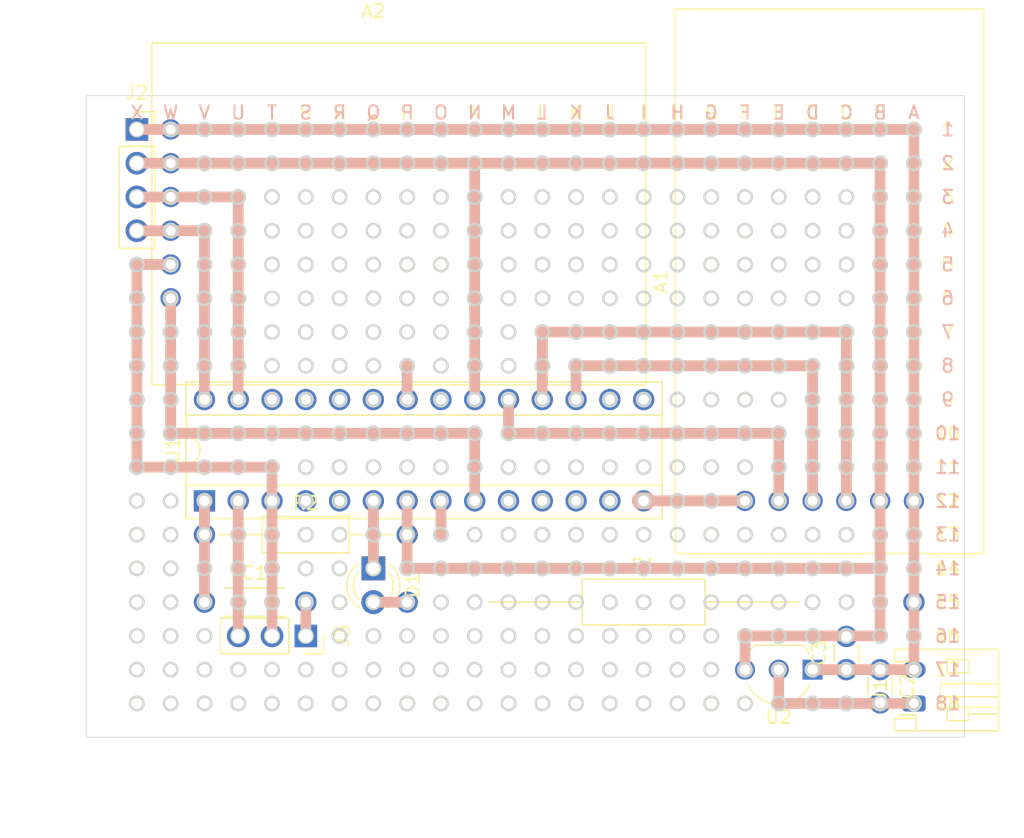
<source format=kicad_pcb>
(kicad_pcb (version 20171130) (host pcbnew "(5.1.9)-1")

  (general
    (thickness 1.6)
    (drawings 574)
    (tracks 0)
    (zones 0)
    (modules 13)
    (nets 30)
  )

  (page A4)
  (layers
    (0 F.Cu signal)
    (31 B.Cu signal)
    (32 B.Adhes user)
    (33 F.Adhes user)
    (34 B.Paste user)
    (35 F.Paste user)
    (36 B.SilkS user)
    (37 F.SilkS user)
    (38 B.Mask user)
    (39 F.Mask user)
    (40 Dwgs.User user)
    (41 Cmts.User user)
    (42 Eco1.User user)
    (43 Eco2.User user)
    (44 Edge.Cuts user)
    (45 Margin user)
    (46 B.CrtYd user)
    (47 F.CrtYd user)
    (48 B.Fab user)
    (49 F.Fab user)
  )

  (setup
    (last_trace_width 0.25)
    (trace_clearance 0.2)
    (zone_clearance 0.508)
    (zone_45_only no)
    (trace_min 0.2)
    (via_size 0.8)
    (via_drill 0.4)
    (via_min_size 0.4)
    (via_min_drill 0.3)
    (uvia_size 0.3)
    (uvia_drill 0.1)
    (uvias_allowed no)
    (uvia_min_size 0.2)
    (uvia_min_drill 0.1)
    (edge_width 0.05)
    (segment_width 0.2)
    (pcb_text_width 0.3)
    (pcb_text_size 1.5 1.5)
    (mod_edge_width 0.12)
    (mod_text_size 1 1)
    (mod_text_width 0.15)
    (pad_size 1.6 1.6)
    (pad_drill 0.8)
    (pad_to_mask_clearance 0)
    (aux_axis_origin 0 0)
    (grid_origin 142.24 91.44)
    (visible_elements 7FFFFFFF)
    (pcbplotparams
      (layerselection 0x010fc_ffffffff)
      (usegerberextensions false)
      (usegerberattributes true)
      (usegerberadvancedattributes true)
      (creategerberjobfile true)
      (excludeedgelayer true)
      (linewidth 0.100000)
      (plotframeref false)
      (viasonmask false)
      (mode 1)
      (useauxorigin false)
      (hpglpennumber 1)
      (hpglpenspeed 20)
      (hpglpendiameter 15.000000)
      (psnegative false)
      (psa4output false)
      (plotreference true)
      (plotvalue true)
      (plotinvisibletext false)
      (padsonsilk false)
      (subtractmaskfromsilk false)
      (outputformat 1)
      (mirror false)
      (drillshape 1)
      (scaleselection 1)
      (outputdirectory ""))
  )

  (net 0 "")
  (net 1 GND)
  (net 2 VCC)
  (net 3 MISO)
  (net 4 MOSI)
  (net 5 SCK)
  (net 6 CS)
  (net 7 Alarm1)
  (net 8 32K)
  (net 9 +3V3)
  (net 10 "Net-(D1-Pad2)")
  (net 11 SDA)
  (net 12 SCL)
  (net 13 "Net-(U1-Pad15)")
  (net 14 "Net-(U1-Pad16)")
  (net 15 "Net-(U1-Pad5)")
  (net 16 "Net-(U1-Pad21)")
  (net 17 "Net-(U1-Pad23)")
  (net 18 "Net-(U1-Pad10)")
  (net 19 "Net-(U1-Pad24)")
  (net 20 "Net-(U1-Pad11)")
  (net 21 "Net-(U1-Pad25)")
  (net 22 "Net-(U1-Pad12)")
  (net 23 "Net-(U1-Pad26)")
  (net 24 "Net-(U1-Pad13)")
  (net 25 "Net-(C1-Pad2)")
  (net 26 "Net-(D1-Pad1)")
  (net 27 RX)
  (net 28 TX)
  (net 29 ~RESET)

  (net_class Default "This is the default net class."
    (clearance 0.2)
    (trace_width 0.25)
    (via_dia 0.8)
    (via_drill 0.4)
    (uvia_dia 0.3)
    (uvia_drill 0.1)
    (add_net +3V3)
    (add_net 32K)
    (add_net Alarm1)
    (add_net CS)
    (add_net GND)
    (add_net MISO)
    (add_net MOSI)
    (add_net "Net-(C1-Pad2)")
    (add_net "Net-(D1-Pad1)")
    (add_net "Net-(D1-Pad2)")
    (add_net "Net-(U1-Pad10)")
    (add_net "Net-(U1-Pad11)")
    (add_net "Net-(U1-Pad12)")
    (add_net "Net-(U1-Pad13)")
    (add_net "Net-(U1-Pad15)")
    (add_net "Net-(U1-Pad16)")
    (add_net "Net-(U1-Pad21)")
    (add_net "Net-(U1-Pad23)")
    (add_net "Net-(U1-Pad24)")
    (add_net "Net-(U1-Pad25)")
    (add_net "Net-(U1-Pad26)")
    (add_net "Net-(U1-Pad5)")
    (add_net RX)
    (add_net SCK)
    (add_net SCL)
    (add_net SDA)
    (add_net TX)
    (add_net VCC)
    (add_net ~RESET)
  )

  (module Capacitor_THT:C_Disc_D3.0mm_W1.6mm_P2.50mm (layer F.Cu) (tedit 5AE50EF0) (tstamp 60A5339C)
    (at 195.58 132.08 90)
    (descr "C, Disc series, Radial, pin pitch=2.50mm, , diameter*width=3.0*1.6mm^2, Capacitor, http://www.vishay.com/docs/45233/krseries.pdf")
    (tags "C Disc series Radial pin pitch 2.50mm  diameter 3.0mm width 1.6mm Capacitor")
    (path /60A6E1D5)
    (fp_text reference C3 (at 1.25 -2.05 90) (layer F.SilkS)
      (effects (font (size 1 1) (thickness 0.15)))
    )
    (fp_text value 1uF (at 1.25 2.05 90) (layer F.Fab)
      (effects (font (size 1 1) (thickness 0.15)))
    )
    (fp_line (start -0.25 -0.8) (end -0.25 0.8) (layer F.Fab) (width 0.1))
    (fp_line (start -0.25 0.8) (end 2.75 0.8) (layer F.Fab) (width 0.1))
    (fp_line (start 2.75 0.8) (end 2.75 -0.8) (layer F.Fab) (width 0.1))
    (fp_line (start 2.75 -0.8) (end -0.25 -0.8) (layer F.Fab) (width 0.1))
    (fp_line (start 0.621 -0.92) (end 1.879 -0.92) (layer F.SilkS) (width 0.12))
    (fp_line (start 0.621 0.92) (end 1.879 0.92) (layer F.SilkS) (width 0.12))
    (fp_line (start -1.05 -1.05) (end -1.05 1.05) (layer F.CrtYd) (width 0.05))
    (fp_line (start -1.05 1.05) (end 3.55 1.05) (layer F.CrtYd) (width 0.05))
    (fp_line (start 3.55 1.05) (end 3.55 -1.05) (layer F.CrtYd) (width 0.05))
    (fp_line (start 3.55 -1.05) (end -1.05 -1.05) (layer F.CrtYd) (width 0.05))
    (fp_text user %R (at 1.25 0 90) (layer F.Fab)
      (effects (font (size 0.6 0.6) (thickness 0.09)))
    )
    (pad 1 thru_hole circle (at 0 0 90) (size 1.6 1.6) (drill 0.8) (layers *.Cu *.Mask)
      (net 1 GND))
    (pad 2 thru_hole circle (at 2.5 0 90) (size 1.6 1.6) (drill 0.8) (layers *.Cu *.Mask)
      (net 2 VCC))
    (model ${KISYS3DMOD}/Capacitor_THT.3dshapes/C_Disc_D3.0mm_W1.6mm_P2.50mm.wrl
      (at (xyz 0 0 0))
      (scale (xyz 1 1 1))
      (rotate (xyz 0 0 0))
    )
  )

  (module Breakouts:SD_reader_breakout (layer F.Cu) (tedit 60787736) (tstamp 60A4E7D0)
    (at 194.31 102.87 270)
    (path /60A4BD05)
    (fp_text reference A1 (at 0 12.7 90) (layer F.SilkS)
      (effects (font (size 1 1) (thickness 0.15)))
    )
    (fp_text value SD_reader_breakout (at 0 -12.7 90) (layer F.Fab)
      (effects (font (size 1 1) (thickness 0.15)))
    )
    (fp_line (start -20.32 -11.43) (end 20.32 -11.43) (layer F.Fab) (width 0.12))
    (fp_line (start -20.32 11.43) (end -20.32 -11.43) (layer F.Fab) (width 0.12))
    (fp_line (start 20.32 11.43) (end -20.32 11.43) (layer F.Fab) (width 0.12))
    (fp_line (start 20.32 11.43) (end 16.51 11.43) (layer F.Fab) (width 0.12))
    (fp_line (start 20.32 -11.43) (end 20.32 11.43) (layer F.Fab) (width 0.12))
    (fp_line (start 16.51 -11.43) (end 20.32 -11.43) (layer F.Fab) (width 0.12))
    (fp_line (start -20.4724 -11.5824) (end 20.4724 -11.5824) (layer F.SilkS) (width 0.12))
    (fp_line (start 20.4724 11.5824) (end 20.4724 -11.5824) (layer F.SilkS) (width 0.12))
    (fp_line (start 20.4724 11.5824) (end -20.4724 11.5824) (layer F.SilkS) (width 0.12))
    (fp_line (start -20.4724 11.5824) (end -20.4724 -11.5824) (layer F.SilkS) (width 0.12))
    (pad 1 thru_hole circle (at 16.51 -6.35 270) (size 1.524 1.524) (drill 0.762) (layers *.Cu *.Mask)
      (net 1 GND))
    (pad 2 thru_hole circle (at 16.51 -3.81 270) (size 1.524 1.524) (drill 0.762) (layers *.Cu *.Mask)
      (net 2 VCC))
    (pad 3 thru_hole circle (at 16.51 -1.27 270) (size 1.524 1.524) (drill 0.762) (layers *.Cu *.Mask)
      (net 3 MISO))
    (pad 4 thru_hole circle (at 16.51 1.27 270) (size 1.524 1.524) (drill 0.762) (layers *.Cu *.Mask)
      (net 4 MOSI))
    (pad 5 thru_hole circle (at 16.51 3.81 270) (size 1.524 1.524) (drill 0.762) (layers *.Cu *.Mask)
      (net 5 SCK))
    (pad 6 thru_hole circle (at 16.51 6.35 270) (size 1.524 1.524) (drill 0.762) (layers *.Cu *.Mask)
      (net 6 CS))
  )

  (module Capacitor_THT:C_Disc_D3.0mm_W1.6mm_P2.50mm (layer F.Cu) (tedit 5AE50EF0) (tstamp 60A4E7F4)
    (at 198.12 132.08 270)
    (descr "C, Disc series, Radial, pin pitch=2.50mm, , diameter*width=3.0*1.6mm^2, Capacitor, http://www.vishay.com/docs/45233/krseries.pdf")
    (tags "C Disc series Radial pin pitch 2.50mm  diameter 3.0mm width 1.6mm Capacitor")
    (path /60A6FB20)
    (fp_text reference C2 (at 1.25 -2.05 90) (layer F.SilkS)
      (effects (font (size 1 1) (thickness 0.15)))
    )
    (fp_text value 1uF (at 1.25 2.05 90) (layer F.Fab)
      (effects (font (size 1 1) (thickness 0.15)))
    )
    (fp_line (start -0.25 -0.8) (end -0.25 0.8) (layer F.Fab) (width 0.1))
    (fp_line (start -0.25 0.8) (end 2.75 0.8) (layer F.Fab) (width 0.1))
    (fp_line (start 2.75 0.8) (end 2.75 -0.8) (layer F.Fab) (width 0.1))
    (fp_line (start 2.75 -0.8) (end -0.25 -0.8) (layer F.Fab) (width 0.1))
    (fp_line (start 0.621 -0.92) (end 1.879 -0.92) (layer F.SilkS) (width 0.12))
    (fp_line (start 0.621 0.92) (end 1.879 0.92) (layer F.SilkS) (width 0.12))
    (fp_line (start -1.05 -1.05) (end -1.05 1.05) (layer F.CrtYd) (width 0.05))
    (fp_line (start -1.05 1.05) (end 3.55 1.05) (layer F.CrtYd) (width 0.05))
    (fp_line (start 3.55 1.05) (end 3.55 -1.05) (layer F.CrtYd) (width 0.05))
    (fp_line (start 3.55 -1.05) (end -1.05 -1.05) (layer F.CrtYd) (width 0.05))
    (fp_text user %R (at 1.25 0 90) (layer F.Fab)
      (effects (font (size 0.6 0.6) (thickness 0.09)))
    )
    (pad 1 thru_hole circle (at 0 0 270) (size 1.6 1.6) (drill 0.8) (layers *.Cu *.Mask)
      (net 1 GND))
    (pad 2 thru_hole circle (at 2.5 0 270) (size 1.6 1.6) (drill 0.8) (layers *.Cu *.Mask)
      (net 9 +3V3))
    (model ${KISYS3DMOD}/Capacitor_THT.3dshapes/C_Disc_D3.0mm_W1.6mm_P2.50mm.wrl
      (at (xyz 0 0 0))
      (scale (xyz 1 1 1))
      (rotate (xyz 0 0 0))
    )
  )

  (module LED_THT:LED_D3.0mm (layer F.Cu) (tedit 587A3A7B) (tstamp 60A4E81C)
    (at 160.02 124.46 270)
    (descr "LED, diameter 3.0mm, 2 pins")
    (tags "LED diameter 3.0mm 2 pins")
    (path /60A679ED)
    (fp_text reference D1 (at 1.27 -2.96 90) (layer F.SilkS)
      (effects (font (size 1 1) (thickness 0.15)))
    )
    (fp_text value ERR_LED_RED (at 1.27 2.96 90) (layer F.Fab)
      (effects (font (size 1 1) (thickness 0.15)))
    )
    (fp_circle (center 1.27 0) (end 2.77 0) (layer F.Fab) (width 0.1))
    (fp_line (start -0.23 -1.16619) (end -0.23 1.16619) (layer F.Fab) (width 0.1))
    (fp_line (start -0.29 -1.236) (end -0.29 -1.08) (layer F.SilkS) (width 0.12))
    (fp_line (start -0.29 1.08) (end -0.29 1.236) (layer F.SilkS) (width 0.12))
    (fp_line (start -1.15 -2.25) (end -1.15 2.25) (layer F.CrtYd) (width 0.05))
    (fp_line (start -1.15 2.25) (end 3.7 2.25) (layer F.CrtYd) (width 0.05))
    (fp_line (start 3.7 2.25) (end 3.7 -2.25) (layer F.CrtYd) (width 0.05))
    (fp_line (start 3.7 -2.25) (end -1.15 -2.25) (layer F.CrtYd) (width 0.05))
    (fp_arc (start 1.27 0) (end -0.23 -1.16619) (angle 284.3) (layer F.Fab) (width 0.1))
    (fp_arc (start 1.27 0) (end -0.29 -1.235516) (angle 108.8) (layer F.SilkS) (width 0.12))
    (fp_arc (start 1.27 0) (end -0.29 1.235516) (angle -108.8) (layer F.SilkS) (width 0.12))
    (fp_arc (start 1.27 0) (end 0.229039 -1.08) (angle 87.9) (layer F.SilkS) (width 0.12))
    (fp_arc (start 1.27 0) (end 0.229039 1.08) (angle -87.9) (layer F.SilkS) (width 0.12))
    (pad 1 thru_hole rect (at 0 0 270) (size 1.8 1.8) (drill 0.9) (layers *.Cu *.Mask)
      (net 26 "Net-(D1-Pad1)"))
    (pad 2 thru_hole circle (at 2.54 0 270) (size 1.8 1.8) (drill 0.9) (layers *.Cu *.Mask)
      (net 10 "Net-(D1-Pad2)"))
    (model ${KISYS3DMOD}/LED_THT.3dshapes/LED_D3.0mm.wrl
      (at (xyz 0 0 0))
      (scale (xyz 1 1 1))
      (rotate (xyz 0 0 0))
    )
  )

  (module Connector_JST:JST_PH_S2B-PH-K_1x02_P2.00mm_Horizontal (layer F.Cu) (tedit 5B7745C6) (tstamp 60A4E84B)
    (at 200.66 134.62 90)
    (descr "JST PH series connector, S2B-PH-K (http://www.jst-mfg.com/product/pdf/eng/ePH.pdf), generated with kicad-footprint-generator")
    (tags "connector JST PH top entry")
    (path /60A7261D)
    (fp_text reference J1 (at 1 -2.55 90) (layer F.SilkS)
      (effects (font (size 1 1) (thickness 0.15)))
    )
    (fp_text value JST_Power_Connector_Female (at 1 7.45 90) (layer F.Fab)
      (effects (font (size 1 1) (thickness 0.15)))
    )
    (fp_line (start -0.86 0.14) (end -1.14 0.14) (layer F.SilkS) (width 0.12))
    (fp_line (start -1.14 0.14) (end -1.14 -1.46) (layer F.SilkS) (width 0.12))
    (fp_line (start -1.14 -1.46) (end -2.06 -1.46) (layer F.SilkS) (width 0.12))
    (fp_line (start -2.06 -1.46) (end -2.06 6.36) (layer F.SilkS) (width 0.12))
    (fp_line (start -2.06 6.36) (end 4.06 6.36) (layer F.SilkS) (width 0.12))
    (fp_line (start 4.06 6.36) (end 4.06 -1.46) (layer F.SilkS) (width 0.12))
    (fp_line (start 4.06 -1.46) (end 3.14 -1.46) (layer F.SilkS) (width 0.12))
    (fp_line (start 3.14 -1.46) (end 3.14 0.14) (layer F.SilkS) (width 0.12))
    (fp_line (start 3.14 0.14) (end 2.86 0.14) (layer F.SilkS) (width 0.12))
    (fp_line (start 0.5 6.36) (end 0.5 2) (layer F.SilkS) (width 0.12))
    (fp_line (start 0.5 2) (end 1.5 2) (layer F.SilkS) (width 0.12))
    (fp_line (start 1.5 2) (end 1.5 6.36) (layer F.SilkS) (width 0.12))
    (fp_line (start -2.06 0.14) (end -1.14 0.14) (layer F.SilkS) (width 0.12))
    (fp_line (start 4.06 0.14) (end 3.14 0.14) (layer F.SilkS) (width 0.12))
    (fp_line (start -1.3 2.5) (end -1.3 4.1) (layer F.SilkS) (width 0.12))
    (fp_line (start -1.3 4.1) (end -0.3 4.1) (layer F.SilkS) (width 0.12))
    (fp_line (start -0.3 4.1) (end -0.3 2.5) (layer F.SilkS) (width 0.12))
    (fp_line (start -0.3 2.5) (end -1.3 2.5) (layer F.SilkS) (width 0.12))
    (fp_line (start 3.3 2.5) (end 3.3 4.1) (layer F.SilkS) (width 0.12))
    (fp_line (start 3.3 4.1) (end 2.3 4.1) (layer F.SilkS) (width 0.12))
    (fp_line (start 2.3 4.1) (end 2.3 2.5) (layer F.SilkS) (width 0.12))
    (fp_line (start 2.3 2.5) (end 3.3 2.5) (layer F.SilkS) (width 0.12))
    (fp_line (start -0.3 4.1) (end -0.3 6.36) (layer F.SilkS) (width 0.12))
    (fp_line (start -0.8 4.1) (end -0.8 6.36) (layer F.SilkS) (width 0.12))
    (fp_line (start -2.45 -1.85) (end -2.45 6.75) (layer F.CrtYd) (width 0.05))
    (fp_line (start -2.45 6.75) (end 4.45 6.75) (layer F.CrtYd) (width 0.05))
    (fp_line (start 4.45 6.75) (end 4.45 -1.85) (layer F.CrtYd) (width 0.05))
    (fp_line (start 4.45 -1.85) (end -2.45 -1.85) (layer F.CrtYd) (width 0.05))
    (fp_line (start -1.25 0.25) (end -1.25 -1.35) (layer F.Fab) (width 0.1))
    (fp_line (start -1.25 -1.35) (end -1.95 -1.35) (layer F.Fab) (width 0.1))
    (fp_line (start -1.95 -1.35) (end -1.95 6.25) (layer F.Fab) (width 0.1))
    (fp_line (start -1.95 6.25) (end 3.95 6.25) (layer F.Fab) (width 0.1))
    (fp_line (start 3.95 6.25) (end 3.95 -1.35) (layer F.Fab) (width 0.1))
    (fp_line (start 3.95 -1.35) (end 3.25 -1.35) (layer F.Fab) (width 0.1))
    (fp_line (start 3.25 -1.35) (end 3.25 0.25) (layer F.Fab) (width 0.1))
    (fp_line (start 3.25 0.25) (end -1.25 0.25) (layer F.Fab) (width 0.1))
    (fp_line (start -0.86 0.14) (end -0.86 -1.075) (layer F.SilkS) (width 0.12))
    (fp_line (start 0 0.875) (end -0.5 1.375) (layer F.Fab) (width 0.1))
    (fp_line (start -0.5 1.375) (end 0.5 1.375) (layer F.Fab) (width 0.1))
    (fp_line (start 0.5 1.375) (end 0 0.875) (layer F.Fab) (width 0.1))
    (fp_text user %R (at 1 2.5 90) (layer F.Fab)
      (effects (font (size 1 1) (thickness 0.15)))
    )
    (pad 1 thru_hole roundrect (at 0 0 90) (size 1.2 1.75) (drill 0.75) (layers *.Cu *.Mask) (roundrect_rratio 0.208333)
      (net 9 +3V3))
    (pad 2 thru_hole oval (at 2.54 0 90) (size 1.2 1.75) (drill 0.75) (layers *.Cu *.Mask)
      (net 1 GND))
    (model ${KISYS3DMOD}/Connector_JST.3dshapes/JST_PH_S2B-PH-K_1x02_P2.00mm_Horizontal.wrl
      (at (xyz 0 0 0))
      (scale (xyz 1 1 1))
      (rotate (xyz 0 0 0))
    )
  )

  (module Resistor_THT:R_Axial_DIN0207_L6.3mm_D2.5mm_P15.24mm_Horizontal (layer F.Cu) (tedit 5AE5139B) (tstamp 60A4E87A)
    (at 147.32 121.92)
    (descr "Resistor, Axial_DIN0207 series, Axial, Horizontal, pin pitch=15.24mm, 0.25W = 1/4W, length*diameter=6.3*2.5mm^2, http://cdn-reichelt.de/documents/datenblatt/B400/1_4W%23YAG.pdf")
    (tags "Resistor Axial_DIN0207 series Axial Horizontal pin pitch 15.24mm 0.25W = 1/4W length 6.3mm diameter 2.5mm")
    (path /60A5CBAB)
    (fp_text reference R2 (at 7.62 -2.37) (layer F.SilkS)
      (effects (font (size 1 1) (thickness 0.15)))
    )
    (fp_text value 10K (at 7.62 2.37) (layer F.Fab)
      (effects (font (size 1 1) (thickness 0.15)))
    )
    (fp_line (start 4.47 -1.25) (end 4.47 1.25) (layer F.Fab) (width 0.1))
    (fp_line (start 4.47 1.25) (end 10.77 1.25) (layer F.Fab) (width 0.1))
    (fp_line (start 10.77 1.25) (end 10.77 -1.25) (layer F.Fab) (width 0.1))
    (fp_line (start 10.77 -1.25) (end 4.47 -1.25) (layer F.Fab) (width 0.1))
    (fp_line (start 0 0) (end 4.47 0) (layer F.Fab) (width 0.1))
    (fp_line (start 15.24 0) (end 10.77 0) (layer F.Fab) (width 0.1))
    (fp_line (start 4.35 -1.37) (end 4.35 1.37) (layer F.SilkS) (width 0.12))
    (fp_line (start 4.35 1.37) (end 10.89 1.37) (layer F.SilkS) (width 0.12))
    (fp_line (start 10.89 1.37) (end 10.89 -1.37) (layer F.SilkS) (width 0.12))
    (fp_line (start 10.89 -1.37) (end 4.35 -1.37) (layer F.SilkS) (width 0.12))
    (fp_line (start 1.04 0) (end 4.35 0) (layer F.SilkS) (width 0.12))
    (fp_line (start 14.2 0) (end 10.89 0) (layer F.SilkS) (width 0.12))
    (fp_line (start -1.05 -1.5) (end -1.05 1.5) (layer F.CrtYd) (width 0.05))
    (fp_line (start -1.05 1.5) (end 16.29 1.5) (layer F.CrtYd) (width 0.05))
    (fp_line (start 16.29 1.5) (end 16.29 -1.5) (layer F.CrtYd) (width 0.05))
    (fp_line (start 16.29 -1.5) (end -1.05 -1.5) (layer F.CrtYd) (width 0.05))
    (fp_text user %R (at 7.62 0) (layer F.Fab)
      (effects (font (size 1 1) (thickness 0.15)))
    )
    (pad 1 thru_hole circle (at 0 0) (size 1.6 1.6) (drill 0.8) (layers *.Cu *.Mask)
      (net 2 VCC))
    (pad 2 thru_hole oval (at 15.24 0) (size 1.6 1.6) (drill 0.8) (layers *.Cu *.Mask)
      (net 25 "Net-(C1-Pad2)"))
    (model ${KISYS3DMOD}/Resistor_THT.3dshapes/R_Axial_DIN0207_L6.3mm_D2.5mm_P15.24mm_Horizontal.wrl
      (at (xyz 0 0 0))
      (scale (xyz 1 1 1))
      (rotate (xyz 0 0 0))
    )
  )

  (module Resistor_THT:R_Axial_DIN0309_L9.0mm_D3.2mm_P25.40mm_Horizontal (layer F.Cu) (tedit 5AE5139B) (tstamp 60A4E891)
    (at 167.64 127)
    (descr "Resistor, Axial_DIN0309 series, Axial, Horizontal, pin pitch=25.4mm, 0.5W = 1/2W, length*diameter=9*3.2mm^2, http://cdn-reichelt.de/documents/datenblatt/B400/1_4W%23YAG.pdf")
    (tags "Resistor Axial_DIN0309 series Axial Horizontal pin pitch 25.4mm 0.5W = 1/2W length 9mm diameter 3.2mm")
    (path /60A65BD9)
    (fp_text reference R1 (at 12.7 -2.72) (layer F.SilkS)
      (effects (font (size 1 1) (thickness 0.15)))
    )
    (fp_text value 220 (at 12.7 2.72) (layer F.Fab)
      (effects (font (size 1 1) (thickness 0.15)))
    )
    (fp_line (start 8.2 -1.6) (end 8.2 1.6) (layer F.Fab) (width 0.1))
    (fp_line (start 8.2 1.6) (end 17.2 1.6) (layer F.Fab) (width 0.1))
    (fp_line (start 17.2 1.6) (end 17.2 -1.6) (layer F.Fab) (width 0.1))
    (fp_line (start 17.2 -1.6) (end 8.2 -1.6) (layer F.Fab) (width 0.1))
    (fp_line (start 0 0) (end 8.2 0) (layer F.Fab) (width 0.1))
    (fp_line (start 25.4 0) (end 17.2 0) (layer F.Fab) (width 0.1))
    (fp_line (start 8.08 -1.72) (end 8.08 1.72) (layer F.SilkS) (width 0.12))
    (fp_line (start 8.08 1.72) (end 17.32 1.72) (layer F.SilkS) (width 0.12))
    (fp_line (start 17.32 1.72) (end 17.32 -1.72) (layer F.SilkS) (width 0.12))
    (fp_line (start 17.32 -1.72) (end 8.08 -1.72) (layer F.SilkS) (width 0.12))
    (fp_line (start 1.04 0) (end 8.08 0) (layer F.SilkS) (width 0.12))
    (fp_line (start 24.36 0) (end 17.32 0) (layer F.SilkS) (width 0.12))
    (fp_line (start -1.05 -1.85) (end -1.05 1.85) (layer F.CrtYd) (width 0.05))
    (fp_line (start -1.05 1.85) (end 26.45 1.85) (layer F.CrtYd) (width 0.05))
    (fp_line (start 26.45 1.85) (end 26.45 -1.85) (layer F.CrtYd) (width 0.05))
    (fp_line (start 26.45 -1.85) (end -1.05 -1.85) (layer F.CrtYd) (width 0.05))
    (fp_text user %R (at 12.7 0) (layer F.Fab)
      (effects (font (size 1 1) (thickness 0.15)))
    )
    (pad 1 thru_hole circle (at -5.08 0) (size 1.6 1.6) (drill 0.8) (layers *.Cu *.Mask)
      (net 1 GND))
    (pad 2 thru_hole oval (at 33.02 0) (size 1.6 1.6) (drill 0.8) (layers *.Cu *.Mask)
      (net 26 "Net-(D1-Pad1)"))
    (model ${KISYS3DMOD}/Resistor_THT.3dshapes/R_Axial_DIN0309_L9.0mm_D3.2mm_P25.40mm_Horizontal.wrl
      (offset (xyz -5.334 0 0))
      (scale (xyz 1.5 1 1))
      (rotate (xyz 0 0 0))
    )
  )

  (module Package_DIP:DIP-28_W7.62mm_Socket (layer F.Cu) (tedit 5A02E8C5) (tstamp 60A4E8C9)
    (at 147.32 119.38 90)
    (descr "28-lead though-hole mounted DIP package, row spacing 7.62 mm (300 mils), Socket")
    (tags "THT DIP DIL PDIP 2.54mm 7.62mm 300mil Socket")
    (path /60A4646F)
    (fp_text reference U1 (at 3.81 -2.33 90) (layer F.SilkS)
      (effects (font (size 1 1) (thickness 0.15)))
    )
    (fp_text value ATmega328P-PU (at 3.81 35.35 90) (layer F.Fab)
      (effects (font (size 1 1) (thickness 0.15)))
    )
    (fp_line (start 1.635 -1.27) (end 6.985 -1.27) (layer F.Fab) (width 0.1))
    (fp_line (start 6.985 -1.27) (end 6.985 34.29) (layer F.Fab) (width 0.1))
    (fp_line (start 6.985 34.29) (end 0.635 34.29) (layer F.Fab) (width 0.1))
    (fp_line (start 0.635 34.29) (end 0.635 -0.27) (layer F.Fab) (width 0.1))
    (fp_line (start 0.635 -0.27) (end 1.635 -1.27) (layer F.Fab) (width 0.1))
    (fp_line (start -1.27 -1.33) (end -1.27 34.35) (layer F.Fab) (width 0.1))
    (fp_line (start -1.27 34.35) (end 8.89 34.35) (layer F.Fab) (width 0.1))
    (fp_line (start 8.89 34.35) (end 8.89 -1.33) (layer F.Fab) (width 0.1))
    (fp_line (start 8.89 -1.33) (end -1.27 -1.33) (layer F.Fab) (width 0.1))
    (fp_line (start 2.81 -1.33) (end 1.16 -1.33) (layer F.SilkS) (width 0.12))
    (fp_line (start 1.16 -1.33) (end 1.16 34.35) (layer F.SilkS) (width 0.12))
    (fp_line (start 1.16 34.35) (end 6.46 34.35) (layer F.SilkS) (width 0.12))
    (fp_line (start 6.46 34.35) (end 6.46 -1.33) (layer F.SilkS) (width 0.12))
    (fp_line (start 6.46 -1.33) (end 4.81 -1.33) (layer F.SilkS) (width 0.12))
    (fp_line (start -1.33 -1.39) (end -1.33 34.41) (layer F.SilkS) (width 0.12))
    (fp_line (start -1.33 34.41) (end 8.95 34.41) (layer F.SilkS) (width 0.12))
    (fp_line (start 8.95 34.41) (end 8.95 -1.39) (layer F.SilkS) (width 0.12))
    (fp_line (start 8.95 -1.39) (end -1.33 -1.39) (layer F.SilkS) (width 0.12))
    (fp_line (start -1.55 -1.6) (end -1.55 34.65) (layer F.CrtYd) (width 0.05))
    (fp_line (start -1.55 34.65) (end 9.15 34.65) (layer F.CrtYd) (width 0.05))
    (fp_line (start 9.15 34.65) (end 9.15 -1.6) (layer F.CrtYd) (width 0.05))
    (fp_line (start 9.15 -1.6) (end -1.55 -1.6) (layer F.CrtYd) (width 0.05))
    (fp_arc (start 3.81 -1.33) (end 2.81 -1.33) (angle -180) (layer F.SilkS) (width 0.12))
    (fp_text user %R (at 3.81 16.51 90) (layer F.Fab)
      (effects (font (size 1 1) (thickness 0.15)))
    )
    (pad 1 thru_hole rect (at 0 0 90) (size 1.6 1.6) (drill 0.8) (layers *.Cu *.Mask)
      (net 25 "Net-(C1-Pad2)"))
    (pad 15 thru_hole oval (at 7.62 33.02 90) (size 1.6 1.6) (drill 0.8) (layers *.Cu *.Mask)
      (net 13 "Net-(U1-Pad15)"))
    (pad 2 thru_hole oval (at 0 2.54 90) (size 1.6 1.6) (drill 0.8) (layers *.Cu *.Mask)
      (net 28 TX))
    (pad 16 thru_hole oval (at 7.62 30.48 90) (size 1.6 1.6) (drill 0.8) (layers *.Cu *.Mask)
      (net 14 "Net-(U1-Pad16)"))
    (pad 3 thru_hole oval (at 0 5.08 90) (size 1.6 1.6) (drill 0.8) (layers *.Cu *.Mask)
      (net 27 RX))
    (pad 17 thru_hole oval (at 7.62 27.94 90) (size 1.6 1.6) (drill 0.8) (layers *.Cu *.Mask)
      (net 4 MOSI))
    (pad 4 thru_hole oval (at 0 7.62 90) (size 1.6 1.6) (drill 0.8) (layers *.Cu *.Mask)
      (net 7 Alarm1))
    (pad 18 thru_hole oval (at 7.62 25.4 90) (size 1.6 1.6) (drill 0.8) (layers *.Cu *.Mask)
      (net 3 MISO))
    (pad 5 thru_hole oval (at 0 10.16 90) (size 1.6 1.6) (drill 0.8) (layers *.Cu *.Mask)
      (net 15 "Net-(U1-Pad5)"))
    (pad 19 thru_hole oval (at 7.62 22.86 90) (size 1.6 1.6) (drill 0.8) (layers *.Cu *.Mask)
      (net 5 SCK))
    (pad 6 thru_hole oval (at 0 12.7 90) (size 1.6 1.6) (drill 0.8) (layers *.Cu *.Mask)
      (net 10 "Net-(D1-Pad2)"))
    (pad 20 thru_hole oval (at 7.62 20.32 90) (size 1.6 1.6) (drill 0.8) (layers *.Cu *.Mask)
      (net 2 VCC))
    (pad 7 thru_hole oval (at 0 15.24 90) (size 1.6 1.6) (drill 0.8) (layers *.Cu *.Mask)
      (net 2 VCC))
    (pad 21 thru_hole oval (at 7.62 17.78 90) (size 1.6 1.6) (drill 0.8) (layers *.Cu *.Mask)
      (net 16 "Net-(U1-Pad21)"))
    (pad 8 thru_hole oval (at 0 17.78 90) (size 1.6 1.6) (drill 0.8) (layers *.Cu *.Mask)
      (net 1 GND))
    (pad 22 thru_hole oval (at 7.62 15.24 90) (size 1.6 1.6) (drill 0.8) (layers *.Cu *.Mask)
      (net 1 GND))
    (pad 9 thru_hole oval (at 0 20.32 90) (size 1.6 1.6) (drill 0.8) (layers *.Cu *.Mask)
      (net 8 32K))
    (pad 23 thru_hole oval (at 7.62 12.7 90) (size 1.6 1.6) (drill 0.8) (layers *.Cu *.Mask)
      (net 17 "Net-(U1-Pad23)"))
    (pad 10 thru_hole oval (at 0 22.86 90) (size 1.6 1.6) (drill 0.8) (layers *.Cu *.Mask)
      (net 18 "Net-(U1-Pad10)"))
    (pad 24 thru_hole oval (at 7.62 10.16 90) (size 1.6 1.6) (drill 0.8) (layers *.Cu *.Mask)
      (net 19 "Net-(U1-Pad24)"))
    (pad 11 thru_hole oval (at 0 25.4 90) (size 1.6 1.6) (drill 0.8) (layers *.Cu *.Mask)
      (net 20 "Net-(U1-Pad11)"))
    (pad 25 thru_hole oval (at 7.62 7.62 90) (size 1.6 1.6) (drill 0.8) (layers *.Cu *.Mask)
      (net 21 "Net-(U1-Pad25)"))
    (pad 12 thru_hole oval (at 0 27.94 90) (size 1.6 1.6) (drill 0.8) (layers *.Cu *.Mask)
      (net 22 "Net-(U1-Pad12)"))
    (pad 26 thru_hole oval (at 7.62 5.08 90) (size 1.6 1.6) (drill 0.8) (layers *.Cu *.Mask)
      (net 23 "Net-(U1-Pad26)"))
    (pad 13 thru_hole oval (at 0 30.48 90) (size 1.6 1.6) (drill 0.8) (layers *.Cu *.Mask)
      (net 24 "Net-(U1-Pad13)"))
    (pad 27 thru_hole oval (at 7.62 2.54 90) (size 1.6 1.6) (drill 0.8) (layers *.Cu *.Mask)
      (net 11 SDA))
    (pad 14 thru_hole oval (at 0 33.02 90) (size 1.6 1.6) (drill 0.8) (layers *.Cu *.Mask)
      (net 6 CS))
    (pad 28 thru_hole oval (at 7.62 0 90) (size 1.6 1.6) (drill 0.8) (layers *.Cu *.Mask)
      (net 12 SCL))
    (model ${KISYS3DMOD}/Package_DIP.3dshapes/DIP-28_W7.62mm_Socket.wrl
      (at (xyz 0 0 0))
      (scale (xyz 1 1 1))
      (rotate (xyz 0 0 0))
    )
  )

  (module Package_TO_SOT_THT:TO-92_Inline_Wide (layer F.Cu) (tedit 5A02FF81) (tstamp 60D51A09)
    (at 193.04 132.08 180)
    (descr "TO-92 leads in-line, wide, drill 0.75mm (see NXP sot054_po.pdf)")
    (tags "to-92 sc-43 sc-43a sot54 PA33 transistor")
    (path /60D54F28)
    (fp_text reference U2 (at 2.54 -3.56) (layer F.SilkS)
      (effects (font (size 1 1) (thickness 0.15)))
    )
    (fp_text value MCP1700-3002E_TO92 (at 2.54 2.79) (layer F.Fab)
      (effects (font (size 1 1) (thickness 0.15)))
    )
    (fp_line (start 0.74 1.85) (end 4.34 1.85) (layer F.SilkS) (width 0.12))
    (fp_line (start 0.8 1.75) (end 4.3 1.75) (layer F.Fab) (width 0.1))
    (fp_line (start -1.01 -2.73) (end 6.09 -2.73) (layer F.CrtYd) (width 0.05))
    (fp_line (start -1.01 -2.73) (end -1.01 2.01) (layer F.CrtYd) (width 0.05))
    (fp_line (start 6.09 2.01) (end 6.09 -2.73) (layer F.CrtYd) (width 0.05))
    (fp_line (start 6.09 2.01) (end -1.01 2.01) (layer F.CrtYd) (width 0.05))
    (fp_text user %R (at 2.54 0) (layer F.Fab)
      (effects (font (size 1 1) (thickness 0.15)))
    )
    (fp_arc (start 2.54 0) (end 0.74 1.85) (angle 20) (layer F.SilkS) (width 0.12))
    (fp_arc (start 2.54 0) (end 2.54 -2.6) (angle -65) (layer F.SilkS) (width 0.12))
    (fp_arc (start 2.54 0) (end 2.54 -2.6) (angle 65) (layer F.SilkS) (width 0.12))
    (fp_arc (start 2.54 0) (end 2.54 -2.48) (angle 135) (layer F.Fab) (width 0.1))
    (fp_arc (start 2.54 0) (end 2.54 -2.48) (angle -135) (layer F.Fab) (width 0.1))
    (fp_arc (start 2.54 0) (end 4.34 1.85) (angle -20) (layer F.SilkS) (width 0.12))
    (pad 2 thru_hole circle (at 2.54 0 180) (size 1.5 1.5) (drill 0.8) (layers *.Cu *.Mask)
      (net 9 +3V3))
    (pad 3 thru_hole circle (at 5.08 0 180) (size 1.5 1.5) (drill 0.8) (layers *.Cu *.Mask)
      (net 2 VCC))
    (pad 1 thru_hole rect (at 0 0 180) (size 1.5 1.5) (drill 0.8) (layers *.Cu *.Mask)
      (net 1 GND))
    (model ${KISYS3DMOD}/Package_TO_SOT_THT.3dshapes/TO-92_Inline_Wide.wrl
      (at (xyz 0 0 0))
      (scale (xyz 1 1 1))
      (rotate (xyz 0 0 0))
    )
  )

  (module Breakouts:DS3231_RTC_breakout (layer F.Cu) (tedit 607876D8) (tstamp 60E5272F)
    (at 160.02 97.79 180)
    (path /60A4A9F0)
    (fp_text reference A2 (at 0 15.24) (layer F.SilkS)
      (effects (font (size 1 1) (thickness 0.15)))
    )
    (fp_text value DS3231_breakout (at 0 -15.24) (layer F.Fab)
      (effects (font (size 1 1) (thickness 0.15)))
    )
    (fp_line (start -20.4724 -12.8524) (end -20.4724 12.8524) (layer F.SilkS) (width 0.12))
    (fp_line (start 16.6624 12.8524) (end -20.4724 12.8524) (layer F.SilkS) (width 0.12))
    (fp_line (start 16.6624 -12.8524) (end 16.6624 12.8524) (layer F.SilkS) (width 0.12))
    (fp_line (start -20.4724 -12.8524) (end 16.6624 -12.8524) (layer F.SilkS) (width 0.12))
    (fp_line (start 15.24 -12.7) (end 16.51 -12.7) (layer F.Fab) (width 0.12))
    (fp_line (start 16.51 -12.7) (end 16.51 12.7) (layer F.Fab) (width 0.12))
    (fp_line (start 16.51 12.7) (end -20.32 12.7) (layer F.Fab) (width 0.12))
    (fp_line (start -20.32 12.7) (end -20.32 -12.7) (layer F.Fab) (width 0.12))
    (fp_line (start -20.32 -12.7) (end 15.24 -12.7) (layer F.Fab) (width 0.12))
    (pad 3 thru_hole circle (at 15.24 -1.27 180) (size 1.524 1.524) (drill 0.762) (layers *.Cu *.Mask)
      (net 7 Alarm1))
    (pad 2 thru_hole circle (at 15.24 -3.81 180) (size 1.524 1.524) (drill 0.762) (layers *.Cu *.Mask)
      (net 2 VCC))
    (pad 1 thru_hole circle (at 15.24 -6.35 180) (size 1.524 1.524) (drill 0.762) (layers *.Cu *.Mask)
      (net 8 32K))
    (pad 4 thru_hole circle (at 15.24 1.27 180) (size 1.524 1.524) (drill 0.762) (layers *.Cu *.Mask))
    (pad 5 thru_hole circle (at 15.24 3.81 180) (size 1.524 1.524) (drill 0.762) (layers *.Cu *.Mask))
    (pad 6 thru_hole circle (at 15.24 6.35 180) (size 1.524 1.524) (drill 0.762) (layers *.Cu *.Mask))
  )

  (module Capacitor_THT:C_Disc_D4.3mm_W1.9mm_P5.00mm (layer F.Cu) (tedit 60E5212C) (tstamp 60E52744)
    (at 148.59 127)
    (descr "C, Disc series, Radial, pin pitch=5.00mm, , diameter*width=4.3*1.9mm^2, Capacitor, http://www.vishay.com/docs/45233/krseries.pdf")
    (tags "C Disc series Radial pin pitch 5.00mm  diameter 4.3mm width 1.9mm Capacitor")
    (path /60D18118)
    (fp_text reference C1 (at 2.5 -2.2) (layer F.SilkS)
      (effects (font (size 1 1) (thickness 0.15)))
    )
    (fp_text value 0.1uF (at 2.5 2.2) (layer F.Fab)
      (effects (font (size 1 1) (thickness 0.15)))
    )
    (fp_line (start 6.05 -1.2) (end -1.05 -1.2) (layer F.CrtYd) (width 0.05))
    (fp_line (start 6.05 1.2) (end 6.05 -1.2) (layer F.CrtYd) (width 0.05))
    (fp_line (start -1.05 1.2) (end 6.05 1.2) (layer F.CrtYd) (width 0.05))
    (fp_line (start -1.05 -1.2) (end -1.05 1.2) (layer F.CrtYd) (width 0.05))
    (fp_line (start 4.77 1.055) (end 4.77 1.07) (layer F.SilkS) (width 0.12))
    (fp_line (start 4.77 -1.07) (end 4.77 -1.055) (layer F.SilkS) (width 0.12))
    (fp_line (start 0.23 1.055) (end 0.23 1.07) (layer F.SilkS) (width 0.12))
    (fp_line (start 0.23 -1.07) (end 0.23 -1.055) (layer F.SilkS) (width 0.12))
    (fp_line (start 0.23 1.07) (end 4.77 1.07) (layer F.SilkS) (width 0.12))
    (fp_line (start 0.23 -1.07) (end 4.77 -1.07) (layer F.SilkS) (width 0.12))
    (fp_line (start 4.65 -0.95) (end 0.35 -0.95) (layer F.Fab) (width 0.1))
    (fp_line (start 4.65 0.95) (end 4.65 -0.95) (layer F.Fab) (width 0.1))
    (fp_line (start 0.35 0.95) (end 4.65 0.95) (layer F.Fab) (width 0.1))
    (fp_line (start 0.35 -0.95) (end 0.35 0.95) (layer F.Fab) (width 0.1))
    (fp_text user %R (at 2.5 0) (layer F.Fab)
      (effects (font (size 0.86 0.86) (thickness 0.129)))
    )
    (pad 1 thru_hole circle (at -1.27 0) (size 1.6 1.6) (drill 0.8) (layers *.Cu *.Mask)
      (net 29 ~RESET))
    (pad 2 thru_hole circle (at 6.35 0) (size 1.6 1.6) (drill 0.8) (layers *.Cu *.Mask)
      (net 25 "Net-(C1-Pad2)"))
    (model ${KISYS3DMOD}/Capacitor_THT.3dshapes/C_Disc_D4.3mm_W1.9mm_P5.00mm.wrl
      (at (xyz 0 0 0))
      (scale (xyz 1 1 1))
      (rotate (xyz 0 0 0))
    )
  )

  (module Connector_PinSocket_2.54mm:PinSocket_1x04_P2.54mm_Vertical (layer F.Cu) (tedit 5A19A429) (tstamp 60E5275C)
    (at 142.24 91.44)
    (descr "Through hole straight socket strip, 1x04, 2.54mm pitch, single row (from Kicad 4.0.7), script generated")
    (tags "Through hole socket strip THT 1x04 2.54mm single row")
    (path /60A81908)
    (fp_text reference J2 (at 0 -2.77) (layer F.SilkS)
      (effects (font (size 1 1) (thickness 0.15)))
    )
    (fp_text value PinHeader_Female_MS5803 (at 0 10.39) (layer F.Fab)
      (effects (font (size 1 1) (thickness 0.15)))
    )
    (fp_line (start -1.8 9.4) (end -1.8 -1.8) (layer F.CrtYd) (width 0.05))
    (fp_line (start 1.75 9.4) (end -1.8 9.4) (layer F.CrtYd) (width 0.05))
    (fp_line (start 1.75 -1.8) (end 1.75 9.4) (layer F.CrtYd) (width 0.05))
    (fp_line (start -1.8 -1.8) (end 1.75 -1.8) (layer F.CrtYd) (width 0.05))
    (fp_line (start 0 -1.33) (end 1.33 -1.33) (layer F.SilkS) (width 0.12))
    (fp_line (start 1.33 -1.33) (end 1.33 0) (layer F.SilkS) (width 0.12))
    (fp_line (start 1.33 1.27) (end 1.33 8.95) (layer F.SilkS) (width 0.12))
    (fp_line (start -1.33 8.95) (end 1.33 8.95) (layer F.SilkS) (width 0.12))
    (fp_line (start -1.33 1.27) (end -1.33 8.95) (layer F.SilkS) (width 0.12))
    (fp_line (start -1.33 1.27) (end 1.33 1.27) (layer F.SilkS) (width 0.12))
    (fp_line (start -1.27 8.89) (end -1.27 -1.27) (layer F.Fab) (width 0.1))
    (fp_line (start 1.27 8.89) (end -1.27 8.89) (layer F.Fab) (width 0.1))
    (fp_line (start 1.27 -0.635) (end 1.27 8.89) (layer F.Fab) (width 0.1))
    (fp_line (start 0.635 -1.27) (end 1.27 -0.635) (layer F.Fab) (width 0.1))
    (fp_line (start -1.27 -1.27) (end 0.635 -1.27) (layer F.Fab) (width 0.1))
    (fp_text user %R (at 0 3.81 90) (layer F.Fab)
      (effects (font (size 1 1) (thickness 0.15)))
    )
    (pad 1 thru_hole rect (at 0 0) (size 1.7 1.7) (drill 1) (layers *.Cu *.Mask)
      (net 1 GND))
    (pad 2 thru_hole oval (at 0 2.54) (size 1.7 1.7) (drill 1) (layers *.Cu *.Mask)
      (net 2 VCC))
    (pad 3 thru_hole oval (at 0 5.08) (size 1.7 1.7) (drill 1) (layers *.Cu *.Mask)
      (net 11 SDA))
    (pad 4 thru_hole oval (at 0 7.62) (size 1.7 1.7) (drill 1) (layers *.Cu *.Mask)
      (net 12 SCL))
    (model ${KISYS3DMOD}/Connector_PinSocket_2.54mm.3dshapes/PinSocket_1x04_P2.54mm_Vertical.wrl
      (at (xyz 0 0 0))
      (scale (xyz 1 1 1))
      (rotate (xyz 0 0 0))
    )
  )

  (module Connector_PinSocket_2.54mm:PinSocket_1x03_P2.54mm_Vertical (layer F.Cu) (tedit 5A19A429) (tstamp 60E52773)
    (at 154.94 129.54 270)
    (descr "Through hole straight socket strip, 1x03, 2.54mm pitch, single row (from Kicad 4.0.7), script generated")
    (tags "Through hole socket strip THT 1x03 2.54mm single row")
    (path /60D1532C)
    (fp_text reference J3 (at 0 -2.77 90) (layer F.SilkS)
      (effects (font (size 1 1) (thickness 0.15)))
    )
    (fp_text value PinHeader_Female_Serial (at 0 7.85 90) (layer F.Fab)
      (effects (font (size 1 1) (thickness 0.15)))
    )
    (fp_line (start -1.8 6.85) (end -1.8 -1.8) (layer F.CrtYd) (width 0.05))
    (fp_line (start 1.75 6.85) (end -1.8 6.85) (layer F.CrtYd) (width 0.05))
    (fp_line (start 1.75 -1.8) (end 1.75 6.85) (layer F.CrtYd) (width 0.05))
    (fp_line (start -1.8 -1.8) (end 1.75 -1.8) (layer F.CrtYd) (width 0.05))
    (fp_line (start 0 -1.33) (end 1.33 -1.33) (layer F.SilkS) (width 0.12))
    (fp_line (start 1.33 -1.33) (end 1.33 0) (layer F.SilkS) (width 0.12))
    (fp_line (start 1.33 1.27) (end 1.33 6.41) (layer F.SilkS) (width 0.12))
    (fp_line (start -1.33 6.41) (end 1.33 6.41) (layer F.SilkS) (width 0.12))
    (fp_line (start -1.33 1.27) (end -1.33 6.41) (layer F.SilkS) (width 0.12))
    (fp_line (start -1.33 1.27) (end 1.33 1.27) (layer F.SilkS) (width 0.12))
    (fp_line (start -1.27 6.35) (end -1.27 -1.27) (layer F.Fab) (width 0.1))
    (fp_line (start 1.27 6.35) (end -1.27 6.35) (layer F.Fab) (width 0.1))
    (fp_line (start 1.27 -0.635) (end 1.27 6.35) (layer F.Fab) (width 0.1))
    (fp_line (start 0.635 -1.27) (end 1.27 -0.635) (layer F.Fab) (width 0.1))
    (fp_line (start -1.27 -1.27) (end 0.635 -1.27) (layer F.Fab) (width 0.1))
    (fp_text user %R (at 0 2.54) (layer F.Fab)
      (effects (font (size 1 1) (thickness 0.15)))
    )
    (pad 1 thru_hole rect (at 0 0 270) (size 1.7 1.7) (drill 1) (layers *.Cu *.Mask)
      (net 28 TX))
    (pad 2 thru_hole oval (at 0 2.54 270) (size 1.7 1.7) (drill 1) (layers *.Cu *.Mask)
      (net 27 RX))
    (pad 3 thru_hole oval (at 0 5.08 270) (size 1.7 1.7) (drill 1) (layers *.Cu *.Mask)
      (net 29 ~RESET))
    (model ${KISYS3DMOD}/Connector_PinSocket_2.54mm.3dshapes/PinSocket_1x03_P2.54mm_Vertical.wrl
      (at (xyz 0 0 0))
      (scale (xyz 1 1 1))
      (rotate (xyz 0 0 0))
    )
  )

  (gr_line (start 147.32 127) (end 147.32 121.92) (layer B.SilkS) (width 0.8128) (tstamp 60E534BC))
  (gr_line (start 149.86 129.54) (end 149.86 119.38) (layer B.SilkS) (width 0.8128) (tstamp 60E533CE))
  (gr_line (start 152.4 129.54) (end 152.4 119.38) (layer B.SilkS) (width 0.8128) (tstamp 60E533CB))
  (gr_line (start 154.94 129.54) (end 154.94 127) (layer B.SilkS) (width 0.8128) (tstamp 60E532A3))
  (gr_line (start 162.56 91.44) (end 142.24 91.44) (layer B.SilkS) (width 0.8128) (tstamp 60E52F68))
  (gr_line (start 167.64 93.98) (end 142.24 93.98) (layer B.SilkS) (width 0.8128) (tstamp 60E52E79))
  (gr_line (start 149.86 96.52) (end 142.24 96.52) (layer B.SilkS) (width 0.8128) (tstamp 60E52D8A))
  (gr_line (start 147.32 99.06) (end 142.24 99.06) (layer B.SilkS) (width 0.8128) (tstamp 60E52C88))
  (gr_line (start 144.78 104.14) (end 144.78 106.68) (layer B.SilkS) (width 0.8128) (tstamp 60E52B86))
  (gr_line (start 144.78 101.6) (end 142.24 101.6) (layer B.SilkS) (width 0.8128) (tstamp 60E52A81))
  (gr_line (start 200.66 132.08) (end 200.66 129.54) (layer B.SilkS) (width 0.8128) (tstamp 60E52048))
  (gr_line (start 198.12 129.54) (end 198.12 124.46) (layer B.SilkS) (width 0.8128) (tstamp 60E5202D))
  (gr_line (start 147.32 121.92) (end 147.32 119.38) (layer B.SilkS) (width 0.8128) (tstamp 60D532C6))
  (gr_line (start 200.66 127) (end 200.66 129.54) (layer B.SilkS) (width 0.8128) (tstamp 60A53F18))
  (gr_line (start 187.96 129.54) (end 198.12 129.54) (layer B.SilkS) (width 0.8128) (tstamp 60A53F15))
  (gr_line (start 187.96 129.54) (end 187.96 132.08) (layer B.SilkS) (width 0.8128) (tstamp 60A53F13))
  (gr_line (start 190.5 132.08) (end 190.5 134.62) (layer B.SilkS) (width 0.8128) (tstamp 60A53E10))
  (gr_line (start 190.5 134.62) (end 200.66 134.62) (layer B.SilkS) (width 0.8128) (tstamp 60A53E0D))
  (gr_line (start 193.04 132.08) (end 200.66 132.08) (layer B.SilkS) (width 0.8128) (tstamp 60A53D2D))
  (gr_line (start 152.4 119.38) (end 152.4 116.84) (layer B.SilkS) (width 0.8128) (tstamp 60A5208F))
  (gr_line (start 142.24 116.84) (end 152.4 116.84) (layer B.SilkS) (width 0.8128) (tstamp 60A5208C))
  (gr_line (start 142.24 116.84) (end 142.24 101.6) (layer B.SilkS) (width 0.8128) (tstamp 60A52089))
  (gr_line (start 167.64 119.38) (end 167.64 114.3) (layer B.SilkS) (width 0.8128) (tstamp 60A51FA9))
  (gr_line (start 144.78 114.3) (end 167.64 114.3) (layer B.SilkS) (width 0.8128) (tstamp 60A51FA6))
  (gr_line (start 144.78 114.3) (end 144.78 106.68) (layer B.SilkS) (width 0.8128) (tstamp 60A51FA3))
  (gr_line (start 149.86 111.76) (end 149.86 96.52) (layer B.SilkS) (width 0.8128) (tstamp 60A51EC3))
  (gr_line (start 147.32 111.76) (end 147.32 99.06) (layer B.SilkS) (width 0.8128) (tstamp 60A51C25))
  (gr_line (start 200.66 91.44) (end 162.56 91.44) (layer B.SilkS) (width 0.8128) (tstamp 60A5187E))
  (gr_line (start 200.66 91.44) (end 200.66 119.38) (layer B.SilkS) (width 0.8128) (tstamp 60A5187B))
  (gr_line (start 167.64 111.76) (end 167.64 93.98) (layer B.SilkS) (width 0.8128) (tstamp 60A51788))
  (gr_line (start 198.12 93.98) (end 167.64 93.98) (layer B.SilkS) (width 0.8128) (tstamp 60A51785))
  (gr_line (start 198.12 93.98) (end 198.12 119.38) (layer B.SilkS) (width 0.8128) (tstamp 60A51782))
  (gr_line (start 162.56 111.76) (end 162.56 109.22) (layer B.SilkS) (width 0.8128) (tstamp 60A5167B))
  (gr_line (start 162.56 109.22) (end 162.56 91.44) (layer F.Adhes) (width 0.8128) (tstamp 60A5159A))
  (gr_line (start 200.66 119.38) (end 200.66 127) (layer B.SilkS) (width 0.8128) (tstamp 60A51145))
  (gr_line (start 160.02 127) (end 162.56 127) (layer B.SilkS) (width 0.8128) (tstamp 60A51142))
  (gr_line (start 160.02 124.46) (end 160.02 119.38) (layer B.SilkS) (width 0.8128) (tstamp 60A50595))
  (gr_line (start 162.56 124.46) (end 162.56 119.38) (layer B.SilkS) (width 0.8128) (tstamp 60A50253))
  (gr_line (start 162.56 124.46) (end 198.12 124.46) (layer B.SilkS) (width 0.8128) (tstamp 60A50250))
  (gr_line (start 198.12 119.38) (end 198.12 124.46) (layer B.SilkS) (width 0.8128) (tstamp 60A5024D))
  (gr_line (start 147.32 121.92) (end 147.32 119.38) (layer B.SilkS) (width 0.8128) (tstamp 60A4FF29))
  (gr_line (start 172.72 111.76) (end 172.72 106.68) (layer B.SilkS) (width 0.8128) (tstamp 60A4FB26))
  (gr_line (start 195.58 106.68) (end 172.72 106.68) (layer B.SilkS) (width 0.8128) (tstamp 60A4FB23))
  (gr_line (start 195.58 106.68) (end 195.58 119.38) (layer B.SilkS) (width 0.8128) (tstamp 60A4FB0C))
  (gr_line (start 175.26 111.76) (end 175.26 109.22) (layer B.SilkS) (width 0.8128) (tstamp 60A4FA19))
  (gr_line (start 193.04 109.22) (end 175.26 109.22) (layer B.SilkS) (width 0.8128) (tstamp 60A4FA16))
  (gr_line (start 193.04 109.22) (end 193.04 119.38) (layer B.SilkS) (width 0.8128) (tstamp 60A4FA12))
  (gr_line (start 190.5 114.3) (end 190.5 119.38) (layer B.SilkS) (width 0.8128) (tstamp 60A4F933))
  (gr_line (start 190.5 114.3) (end 170.18 114.3) (layer B.SilkS) (width 0.8128) (tstamp 60A4F8CC))
  (gr_line (start 170.18 111.76) (end 170.18 114.3) (layer B.SilkS) (width 0.8128) (tstamp 60A4F8C9))
  (gr_line (start 180.34 119.38) (end 187.96 119.38) (layer B.SilkS) (width 0.8128) (tstamp 60A4F7EA))
  (gr_line (start 165.1 121.92) (end 165.1 119.38) (layer B.SilkS) (width 0.8128) (tstamp 60A4F625))
  (gr_line (start 165.1 121.92) (end 200.66 121.92) (layer F.Adhes) (width 0.8128) (tstamp 60A4F37F))
  (gr_line (start 180.086 119.38) (end 180.594 119.38) (layer B.SilkS) (width 1.27) (tstamp 60A4F1BB))
  (gr_text F (at 187.96 90.17) (layer B.SilkS) (tstamp 60A4BE49)
    (effects (font (size 1 1) (thickness 0.15)) (justify mirror))
  )
  (gr_text G (at 185.42 90.17) (layer B.SilkS) (tstamp 60A4BE48)
    (effects (font (size 1 1) (thickness 0.15)) (justify mirror))
  )
  (gr_text P (at 162.56 90.17) (layer B.SilkS) (tstamp 60A4BE47)
    (effects (font (size 1 1) (thickness 0.15)) (justify mirror))
  )
  (gr_text N (at 167.64 90.17) (layer B.SilkS) (tstamp 60A4BE46)
    (effects (font (size 1 1) (thickness 0.15)) (justify mirror))
  )
  (gr_text K (at 175.26 90.17) (layer B.SilkS) (tstamp 60A4BE45)
    (effects (font (size 1 1) (thickness 0.15)) (justify mirror))
  )
  (gr_text B (at 198.12 90.17) (layer B.SilkS) (tstamp 60A4BE44)
    (effects (font (size 1 1) (thickness 0.15)) (justify mirror))
  )
  (gr_text E (at 190.5 90.17) (layer B.SilkS) (tstamp 60A4BE43)
    (effects (font (size 1 1) (thickness 0.15)) (justify mirror))
  )
  (gr_text D (at 193.04 90.17) (layer B.SilkS) (tstamp 60A4BE42)
    (effects (font (size 1 1) (thickness 0.15)) (justify mirror))
  )
  (gr_text X (at 142.24 90.17) (layer B.SilkS) (tstamp 60A4BE41)
    (effects (font (size 1 1) (thickness 0.15)) (justify mirror))
  )
  (gr_text C (at 195.58 90.17) (layer B.SilkS) (tstamp 60A4BE40)
    (effects (font (size 1 1) (thickness 0.15)) (justify mirror))
  )
  (gr_text Q (at 160.02 90.17) (layer B.SilkS) (tstamp 60A4BE3F)
    (effects (font (size 1 1) (thickness 0.15)) (justify mirror))
  )
  (gr_text U (at 149.86 90.17) (layer B.SilkS) (tstamp 60A4BE3E)
    (effects (font (size 1 1) (thickness 0.15)) (justify mirror))
  )
  (gr_text A (at 200.66 90.17) (layer B.SilkS) (tstamp 60A4BE3D)
    (effects (font (size 1 1) (thickness 0.15)) (justify mirror))
  )
  (gr_text V (at 147.32 90.17) (layer B.SilkS) (tstamp 60A4BE3C)
    (effects (font (size 1 1) (thickness 0.15)) (justify mirror))
  )
  (gr_text I (at 180.34 90.17) (layer B.SilkS) (tstamp 60A4BE3B)
    (effects (font (size 1 1) (thickness 0.15)) (justify mirror))
  )
  (gr_text H (at 182.88 90.17) (layer B.SilkS) (tstamp 60A4BE3A)
    (effects (font (size 1 1) (thickness 0.15)) (justify mirror))
  )
  (gr_text R (at 157.48 90.17) (layer B.SilkS) (tstamp 60A4BE39)
    (effects (font (size 1 1) (thickness 0.15)) (justify mirror))
  )
  (gr_text O (at 165.1 90.17) (layer B.SilkS) (tstamp 60A4BE38)
    (effects (font (size 1 1) (thickness 0.15)) (justify mirror))
  )
  (gr_text L (at 172.72 90.17) (layer B.SilkS) (tstamp 60A4BE37)
    (effects (font (size 1 1) (thickness 0.15)) (justify mirror))
  )
  (gr_text S (at 154.94 90.17) (layer B.SilkS) (tstamp 60A4BE36)
    (effects (font (size 1 1) (thickness 0.15)) (justify mirror))
  )
  (gr_text W (at 144.78 90.17) (layer B.SilkS) (tstamp 60A4BE35)
    (effects (font (size 1 1) (thickness 0.15)) (justify mirror))
  )
  (gr_text M (at 170.18 90.17) (layer B.SilkS) (tstamp 60A4BE34)
    (effects (font (size 1 1) (thickness 0.15)) (justify mirror))
  )
  (gr_text T (at 152.4 90.17) (layer B.SilkS) (tstamp 60A4BE33)
    (effects (font (size 1 1) (thickness 0.15)) (justify mirror))
  )
  (gr_text J (at 177.8 90.17) (layer B.SilkS) (tstamp 60A4BE32)
    (effects (font (size 1 1) (thickness 0.15)) (justify mirror))
  )
  (gr_text 3 (at 203.2 96.52) (layer B.SilkS) (tstamp 60A4BCC8)
    (effects (font (size 1 1) (thickness 0.15)) (justify mirror))
  )
  (gr_text 14 (at 203.2 124.46) (layer B.SilkS) (tstamp 60A4BCC7)
    (effects (font (size 1 1) (thickness 0.15)) (justify mirror))
  )
  (gr_text 15 (at 203.2 127) (layer B.SilkS) (tstamp 60A4BCC6)
    (effects (font (size 1 1) (thickness 0.15)) (justify mirror))
  )
  (gr_text 8 (at 203.2 109.22) (layer B.SilkS) (tstamp 60A4BCC5)
    (effects (font (size 1 1) (thickness 0.15)) (justify mirror))
  )
  (gr_text 18 (at 203.2 134.62) (layer B.SilkS) (tstamp 60A4BCC4)
    (effects (font (size 1 1) (thickness 0.15)) (justify mirror))
  )
  (gr_text 5 (at 203.2 101.6) (layer B.SilkS) (tstamp 60A4BCC3)
    (effects (font (size 1 1) (thickness 0.15)) (justify mirror))
  )
  (gr_text 4 (at 203.2 99.06) (layer B.SilkS) (tstamp 60A4BCC2)
    (effects (font (size 1 1) (thickness 0.15)) (justify mirror))
  )
  (gr_text 17 (at 203.2 132.08) (layer B.SilkS) (tstamp 60A4BCC1)
    (effects (font (size 1 1) (thickness 0.15)) (justify mirror))
  )
  (gr_text 11 (at 203.2 116.84) (layer B.SilkS) (tstamp 60A4BCC0)
    (effects (font (size 1 1) (thickness 0.15)) (justify mirror))
  )
  (gr_text 6 (at 203.2 104.14) (layer B.SilkS) (tstamp 60A4BCBF)
    (effects (font (size 1 1) (thickness 0.15)) (justify mirror))
  )
  (gr_text 16 (at 203.2 129.54) (layer B.SilkS) (tstamp 60A4BCBE)
    (effects (font (size 1 1) (thickness 0.15)) (justify mirror))
  )
  (gr_text 9 (at 203.2 111.76) (layer B.SilkS) (tstamp 60A4BCBD)
    (effects (font (size 1 1) (thickness 0.15)) (justify mirror))
  )
  (gr_text 7 (at 203.2 106.68) (layer B.SilkS) (tstamp 60A4BCBC)
    (effects (font (size 1 1) (thickness 0.15)) (justify mirror))
  )
  (gr_text 10 (at 203.2 114.3) (layer B.SilkS) (tstamp 60A4BCBB)
    (effects (font (size 1 1) (thickness 0.15)) (justify mirror))
  )
  (gr_text 1 (at 203.2 91.44) (layer B.SilkS) (tstamp 60A4BCBA)
    (effects (font (size 1 1) (thickness 0.15)) (justify mirror))
  )
  (gr_text 2 (at 203.2 93.98) (layer B.SilkS) (tstamp 60A4BCB9)
    (effects (font (size 1 1) (thickness 0.15)) (justify mirror))
  )
  (gr_text 12 (at 203.2 119.38) (layer B.SilkS) (tstamp 60A4BCB8)
    (effects (font (size 1 1) (thickness 0.15)) (justify mirror))
  )
  (gr_text 13 (at 203.2 121.92) (layer B.SilkS) (tstamp 60A4BCB7)
    (effects (font (size 1 1) (thickness 0.15)) (justify mirror))
  )
  (gr_text 18 (at 203.2 134.62) (layer F.SilkS) (tstamp 60A4BC57)
    (effects (font (size 1 1) (thickness 0.15)))
  )
  (gr_text 17 (at 203.2 132.08) (layer F.SilkS) (tstamp 60A4BC55)
    (effects (font (size 1 1) (thickness 0.15)))
  )
  (gr_text 16 (at 203.2 129.54) (layer F.SilkS) (tstamp 60A4BC53)
    (effects (font (size 1 1) (thickness 0.15)))
  )
  (gr_text 15 (at 203.2 127) (layer F.SilkS) (tstamp 60A4BC51)
    (effects (font (size 1 1) (thickness 0.15)))
  )
  (gr_text 14 (at 203.2 124.46) (layer F.SilkS) (tstamp 60A4BC4F)
    (effects (font (size 1 1) (thickness 0.15)))
  )
  (gr_text 13 (at 203.2 121.92) (layer F.SilkS) (tstamp 60A4BC4D)
    (effects (font (size 1 1) (thickness 0.15)))
  )
  (gr_text 12 (at 203.2 119.38) (layer F.SilkS) (tstamp 60A4BC4B)
    (effects (font (size 1 1) (thickness 0.15)))
  )
  (gr_text 11 (at 203.2 116.84) (layer F.SilkS) (tstamp 60A4BC49)
    (effects (font (size 1 1) (thickness 0.15)))
  )
  (gr_text 10 (at 203.2 114.3) (layer F.SilkS) (tstamp 60A4BC47)
    (effects (font (size 1 1) (thickness 0.15)))
  )
  (gr_text 9 (at 203.2 111.76) (layer F.SilkS) (tstamp 60A4BC45)
    (effects (font (size 1 1) (thickness 0.15)))
  )
  (gr_text 8 (at 203.2 109.22) (layer F.SilkS) (tstamp 60A4BC43)
    (effects (font (size 1 1) (thickness 0.15)))
  )
  (gr_text 7 (at 203.2 106.68) (layer F.SilkS) (tstamp 60A4BC41)
    (effects (font (size 1 1) (thickness 0.15)))
  )
  (gr_text 6 (at 203.2 104.14) (layer F.SilkS) (tstamp 60A4BC3F)
    (effects (font (size 1 1) (thickness 0.15)))
  )
  (gr_text 5 (at 203.2 101.6) (layer F.SilkS) (tstamp 60A4BC3D)
    (effects (font (size 1 1) (thickness 0.15)))
  )
  (gr_text 4 (at 203.2 99.06) (layer F.SilkS) (tstamp 60A4BC3B)
    (effects (font (size 1 1) (thickness 0.15)))
  )
  (gr_text 3 (at 203.2 96.52) (layer F.SilkS) (tstamp 60A4BC39)
    (effects (font (size 1 1) (thickness 0.15)))
  )
  (gr_text 2 (at 203.2 93.98) (layer F.SilkS) (tstamp 60A4BC37)
    (effects (font (size 1 1) (thickness 0.15)))
  )
  (gr_text 1 (at 203.2 91.44) (layer F.SilkS)
    (effects (font (size 1 1) (thickness 0.15)))
  )
  (gr_text W (at 144.78 90.17) (layer F.SilkS)
    (effects (font (size 1 1) (thickness 0.15)))
  )
  (gr_text V (at 147.32 90.17) (layer F.SilkS)
    (effects (font (size 1 1) (thickness 0.15)))
  )
  (gr_text U (at 149.86 90.17) (layer F.SilkS)
    (effects (font (size 1 1) (thickness 0.15)))
  )
  (gr_text T (at 152.4 90.17) (layer F.SilkS)
    (effects (font (size 1 1) (thickness 0.15)))
  )
  (gr_text S (at 154.94 90.17) (layer F.SilkS)
    (effects (font (size 1 1) (thickness 0.15)))
  )
  (gr_text R (at 157.48 90.17) (layer F.SilkS)
    (effects (font (size 1 1) (thickness 0.15)))
  )
  (gr_text Q (at 160.02 90.17) (layer F.SilkS)
    (effects (font (size 1 1) (thickness 0.15)))
  )
  (gr_text P (at 162.56 90.17) (layer F.SilkS)
    (effects (font (size 1 1) (thickness 0.15)))
  )
  (gr_text O (at 165.1 90.17) (layer F.SilkS)
    (effects (font (size 1 1) (thickness 0.15)))
  )
  (gr_text N (at 167.64 90.17) (layer F.SilkS)
    (effects (font (size 1 1) (thickness 0.15)))
  )
  (gr_text M (at 170.18 90.17) (layer F.SilkS)
    (effects (font (size 1 1) (thickness 0.15)))
  )
  (gr_text L (at 172.72 90.17) (layer F.SilkS)
    (effects (font (size 1 1) (thickness 0.15)))
  )
  (gr_text K (at 175.26 90.17) (layer F.SilkS)
    (effects (font (size 1 1) (thickness 0.15)))
  )
  (gr_text J (at 177.8 90.17) (layer F.SilkS)
    (effects (font (size 1 1) (thickness 0.15)))
  )
  (gr_text I (at 180.34 90.17) (layer F.SilkS)
    (effects (font (size 1 1) (thickness 0.15)))
  )
  (gr_text H (at 182.88 90.17) (layer F.SilkS)
    (effects (font (size 1 1) (thickness 0.15)))
  )
  (gr_text G (at 185.42 90.17) (layer F.SilkS)
    (effects (font (size 1 1) (thickness 0.15)))
  )
  (gr_text F (at 187.96 90.17) (layer F.SilkS)
    (effects (font (size 1 1) (thickness 0.15)))
  )
  (gr_text E (at 190.5 90.17) (layer F.SilkS)
    (effects (font (size 1 1) (thickness 0.15)))
  )
  (gr_text D (at 193.04 90.17) (layer F.SilkS)
    (effects (font (size 1 1) (thickness 0.15)))
  )
  (gr_text C (at 195.58 90.17) (layer F.SilkS)
    (effects (font (size 1 1) (thickness 0.15)))
  )
  (gr_text B (at 198.12 90.17) (layer F.SilkS)
    (effects (font (size 1 1) (thickness 0.15)))
  )
  (gr_text A (at 200.66 90.17) (layer F.SilkS)
    (effects (font (size 1 1) (thickness 0.15)))
  )
  (gr_text X (at 142.24 90.17) (layer F.SilkS)
    (effects (font (size 1 1) (thickness 0.15)))
  )
  (gr_line (start 138.43 137.16) (end 138.43 88.9) (layer Edge.Cuts) (width 0.05) (tstamp 60A4BC1B))
  (gr_line (start 204.47 137.16) (end 138.43 137.16) (layer Edge.Cuts) (width 0.05))
  (gr_line (start 204.47 88.9) (end 204.47 137.16) (layer Edge.Cuts) (width 0.05))
  (gr_line (start 138.43 88.9) (end 204.47 88.9) (layer Edge.Cuts) (width 0.05))
  (gr_circle (center 200.66 134.62) (end 201.168 134.62) (layer Edge.Cuts) (width 0.193548) (tstamp 60A4BC19))
  (gr_circle (center 198.12 134.62) (end 198.628 134.62) (layer Edge.Cuts) (width 0.193548) (tstamp 60A4BC17))
  (gr_circle (center 195.58 134.62) (end 196.088 134.62) (layer Edge.Cuts) (width 0.193548) (tstamp 60A4BC15))
  (gr_circle (center 193.04 134.62) (end 193.548 134.62) (layer Edge.Cuts) (width 0.193548) (tstamp 60A4BC13))
  (gr_circle (center 190.5 134.62) (end 191.008 134.62) (layer Edge.Cuts) (width 0.193548) (tstamp 60A4BC11))
  (gr_circle (center 187.96 134.62) (end 188.468 134.62) (layer Edge.Cuts) (width 0.193548) (tstamp 60A4BC0F))
  (gr_circle (center 185.42 134.62) (end 185.928 134.62) (layer Edge.Cuts) (width 0.193548) (tstamp 60A4BC0D))
  (gr_circle (center 182.88 134.62) (end 183.388 134.62) (layer Edge.Cuts) (width 0.193548) (tstamp 60A4BC0B))
  (gr_circle (center 180.34 134.62) (end 180.848 134.62) (layer Edge.Cuts) (width 0.193548) (tstamp 60A4BC09))
  (gr_circle (center 177.8 134.62) (end 178.308 134.62) (layer Edge.Cuts) (width 0.193548) (tstamp 60A4BC07))
  (gr_circle (center 175.26 134.62) (end 175.768 134.62) (layer Edge.Cuts) (width 0.193548) (tstamp 60A4BC05))
  (gr_circle (center 172.72 134.62) (end 173.228 134.62) (layer Edge.Cuts) (width 0.193548) (tstamp 60A4BC03))
  (gr_circle (center 170.18 134.62) (end 170.688 134.62) (layer Edge.Cuts) (width 0.193548) (tstamp 60A4BC01))
  (gr_circle (center 167.64 134.62) (end 168.148 134.62) (layer Edge.Cuts) (width 0.193548) (tstamp 60A4BBFF))
  (gr_circle (center 165.1 134.62) (end 165.608 134.62) (layer Edge.Cuts) (width 0.193548) (tstamp 60A4BBFD))
  (gr_circle (center 162.56 134.62) (end 163.068 134.62) (layer Edge.Cuts) (width 0.193548) (tstamp 60A4BBFB))
  (gr_circle (center 160.02 134.62) (end 160.528 134.62) (layer Edge.Cuts) (width 0.193548) (tstamp 60A4BBF9))
  (gr_circle (center 157.48 134.62) (end 157.988 134.62) (layer Edge.Cuts) (width 0.193548) (tstamp 60A4BBF7))
  (gr_circle (center 154.94 134.62) (end 155.448 134.62) (layer Edge.Cuts) (width 0.193548) (tstamp 60A4BBF5))
  (gr_circle (center 152.4 134.62) (end 152.908 134.62) (layer Edge.Cuts) (width 0.193548) (tstamp 60A4BBF3))
  (gr_circle (center 149.86 134.62) (end 150.368 134.62) (layer Edge.Cuts) (width 0.193548) (tstamp 60A4BBF1))
  (gr_circle (center 147.32 134.62) (end 147.828 134.62) (layer Edge.Cuts) (width 0.193548) (tstamp 60A4BBEF))
  (gr_circle (center 144.78 134.62) (end 145.288 134.62) (layer Edge.Cuts) (width 0.193548) (tstamp 60A4BBED))
  (gr_circle (center 142.24 134.62) (end 142.748 134.62) (layer Edge.Cuts) (width 0.193548) (tstamp 60A4BBEB))
  (gr_circle (center 200.66 132.08) (end 201.168 132.08) (layer Edge.Cuts) (width 0.193548) (tstamp 60A4BBE9))
  (gr_circle (center 198.12 132.08) (end 198.628 132.08) (layer Edge.Cuts) (width 0.193548) (tstamp 60A4BBE7))
  (gr_circle (center 195.58 132.08) (end 196.088 132.08) (layer Edge.Cuts) (width 0.193548) (tstamp 60A4BBE5))
  (gr_circle (center 193.04 132.08) (end 193.548 132.08) (layer Edge.Cuts) (width 0.193548) (tstamp 60A4BBE3))
  (gr_circle (center 190.5 132.08) (end 191.008 132.08) (layer Edge.Cuts) (width 0.193548) (tstamp 60A4BBE1))
  (gr_circle (center 187.96 132.08) (end 188.468 132.08) (layer Edge.Cuts) (width 0.193548) (tstamp 60A4BBDF))
  (gr_circle (center 185.42 132.08) (end 185.928 132.08) (layer Edge.Cuts) (width 0.193548) (tstamp 60A4BBDD))
  (gr_circle (center 182.88 132.08) (end 183.388 132.08) (layer Edge.Cuts) (width 0.193548) (tstamp 60A4BBDB))
  (gr_circle (center 180.34 132.08) (end 180.848 132.08) (layer Edge.Cuts) (width 0.193548) (tstamp 60A4BBD9))
  (gr_circle (center 177.8 132.08) (end 178.308 132.08) (layer Edge.Cuts) (width 0.193548) (tstamp 60A4BBD7))
  (gr_circle (center 175.26 132.08) (end 175.768 132.08) (layer Edge.Cuts) (width 0.193548) (tstamp 60A4BBD5))
  (gr_circle (center 172.72 132.08) (end 173.228 132.08) (layer Edge.Cuts) (width 0.193548) (tstamp 60A4BBD3))
  (gr_circle (center 170.18 132.08) (end 170.688 132.08) (layer Edge.Cuts) (width 0.193548) (tstamp 60A4BBD1))
  (gr_circle (center 167.64 132.08) (end 168.148 132.08) (layer Edge.Cuts) (width 0.193548) (tstamp 60A4BBCF))
  (gr_circle (center 165.1 132.08) (end 165.608 132.08) (layer Edge.Cuts) (width 0.193548) (tstamp 60A4BBCD))
  (gr_circle (center 162.56 132.08) (end 163.068 132.08) (layer Edge.Cuts) (width 0.193548) (tstamp 60A4BBCB))
  (gr_circle (center 160.02 132.08) (end 160.528 132.08) (layer Edge.Cuts) (width 0.193548) (tstamp 60A4BBC9))
  (gr_circle (center 157.48 132.08) (end 157.988 132.08) (layer Edge.Cuts) (width 0.193548) (tstamp 60A4BBC7))
  (gr_circle (center 154.94 132.08) (end 155.448 132.08) (layer Edge.Cuts) (width 0.193548) (tstamp 60A4BBC5))
  (gr_circle (center 152.4 132.08) (end 152.908 132.08) (layer Edge.Cuts) (width 0.193548) (tstamp 60A4BBC3))
  (gr_circle (center 149.86 132.08) (end 150.368 132.08) (layer Edge.Cuts) (width 0.193548) (tstamp 60A4BBC1))
  (gr_circle (center 147.32 132.08) (end 147.828 132.08) (layer Edge.Cuts) (width 0.193548) (tstamp 60A4BBBF))
  (gr_circle (center 144.78 132.08) (end 145.288 132.08) (layer Edge.Cuts) (width 0.193548) (tstamp 60A4BBBD))
  (gr_circle (center 142.24 132.08) (end 142.748 132.08) (layer Edge.Cuts) (width 0.193548) (tstamp 60A4BBBB))
  (gr_circle (center 200.66 129.54) (end 201.168 129.54) (layer Edge.Cuts) (width 0.193548) (tstamp 60A4BBB9))
  (gr_circle (center 198.12 129.54) (end 198.628 129.54) (layer Edge.Cuts) (width 0.193548) (tstamp 60A4BBB7))
  (gr_circle (center 195.58 129.54) (end 196.088 129.54) (layer Edge.Cuts) (width 0.193548) (tstamp 60A4BBB5))
  (gr_circle (center 193.04 129.54) (end 193.548 129.54) (layer Edge.Cuts) (width 0.193548) (tstamp 60A4BBB3))
  (gr_circle (center 190.5 129.54) (end 191.008 129.54) (layer Edge.Cuts) (width 0.193548) (tstamp 60A4BBB1))
  (gr_circle (center 187.96 129.54) (end 188.468 129.54) (layer Edge.Cuts) (width 0.193548) (tstamp 60A4BBAF))
  (gr_circle (center 185.42 129.54) (end 185.928 129.54) (layer Edge.Cuts) (width 0.193548) (tstamp 60A4BBAD))
  (gr_circle (center 182.88 129.54) (end 183.388 129.54) (layer Edge.Cuts) (width 0.193548) (tstamp 60A4BBAB))
  (gr_circle (center 180.34 129.54) (end 180.848 129.54) (layer Edge.Cuts) (width 0.193548) (tstamp 60A4BBA9))
  (gr_circle (center 177.8 129.54) (end 178.308 129.54) (layer Edge.Cuts) (width 0.193548) (tstamp 60A4BBA7))
  (gr_circle (center 175.26 129.54) (end 175.768 129.54) (layer Edge.Cuts) (width 0.193548) (tstamp 60A4BBA5))
  (gr_circle (center 172.72 129.54) (end 173.228 129.54) (layer Edge.Cuts) (width 0.193548) (tstamp 60A4BBA3))
  (gr_circle (center 170.18 129.54) (end 170.688 129.54) (layer Edge.Cuts) (width 0.193548) (tstamp 60A4BBA1))
  (gr_circle (center 167.64 129.54) (end 168.148 129.54) (layer Edge.Cuts) (width 0.193548) (tstamp 60A4BB9F))
  (gr_circle (center 165.1 129.54) (end 165.608 129.54) (layer Edge.Cuts) (width 0.193548) (tstamp 60A4BB9D))
  (gr_circle (center 162.56 129.54) (end 163.068 129.54) (layer Edge.Cuts) (width 0.193548) (tstamp 60A4BB9B))
  (gr_circle (center 160.02 129.54) (end 160.528 129.54) (layer Edge.Cuts) (width 0.193548) (tstamp 60A4BB99))
  (gr_circle (center 157.48 129.54) (end 157.988 129.54) (layer Edge.Cuts) (width 0.193548) (tstamp 60A4BB97))
  (gr_circle (center 154.94 129.54) (end 155.448 129.54) (layer Edge.Cuts) (width 0.193548) (tstamp 60A4BB95))
  (gr_circle (center 152.4 129.54) (end 152.908 129.54) (layer Edge.Cuts) (width 0.193548) (tstamp 60A4BB93))
  (gr_circle (center 149.86 129.54) (end 150.368 129.54) (layer Edge.Cuts) (width 0.193548) (tstamp 60A4BB91))
  (gr_circle (center 147.32 129.54) (end 147.828 129.54) (layer Edge.Cuts) (width 0.193548) (tstamp 60A4BB8F))
  (gr_circle (center 144.78 129.54) (end 145.288 129.54) (layer Edge.Cuts) (width 0.193548) (tstamp 60A4BB8D))
  (gr_circle (center 142.24 129.54) (end 142.748 129.54) (layer Edge.Cuts) (width 0.193548) (tstamp 60A4BB8B))
  (gr_circle (center 200.66 127) (end 201.168 127) (layer Edge.Cuts) (width 0.193548) (tstamp 60A4BB89))
  (gr_circle (center 198.12 127) (end 198.628 127) (layer Edge.Cuts) (width 0.193548) (tstamp 60A4BB87))
  (gr_circle (center 195.58 127) (end 196.088 127) (layer Edge.Cuts) (width 0.193548) (tstamp 60A4BB85))
  (gr_circle (center 193.04 127) (end 193.548 127) (layer Edge.Cuts) (width 0.193548) (tstamp 60A4BB83))
  (gr_circle (center 190.5 127) (end 191.008 127) (layer Edge.Cuts) (width 0.193548) (tstamp 60A4BB81))
  (gr_circle (center 187.96 127) (end 188.468 127) (layer Edge.Cuts) (width 0.193548) (tstamp 60A4BB7F))
  (gr_circle (center 185.42 127) (end 185.928 127) (layer Edge.Cuts) (width 0.193548) (tstamp 60A4BB7D))
  (gr_circle (center 182.88 127) (end 183.388 127) (layer Edge.Cuts) (width 0.193548) (tstamp 60A4BB7B))
  (gr_circle (center 180.34 127) (end 180.848 127) (layer Edge.Cuts) (width 0.193548) (tstamp 60A4BB79))
  (gr_circle (center 177.8 127) (end 178.308 127) (layer Edge.Cuts) (width 0.193548) (tstamp 60A4BB77))
  (gr_circle (center 175.26 127) (end 175.768 127) (layer Edge.Cuts) (width 0.193548) (tstamp 60A4BB75))
  (gr_circle (center 172.72 127) (end 173.228 127) (layer Edge.Cuts) (width 0.193548) (tstamp 60A4BB73))
  (gr_circle (center 170.18 127) (end 170.688 127) (layer Edge.Cuts) (width 0.193548) (tstamp 60A4BB71))
  (gr_circle (center 167.64 127) (end 168.148 127) (layer Edge.Cuts) (width 0.193548) (tstamp 60A4BB6F))
  (gr_circle (center 165.1 127) (end 165.608 127) (layer Edge.Cuts) (width 0.193548) (tstamp 60A4BB6D))
  (gr_circle (center 162.56 127) (end 163.068 127) (layer Edge.Cuts) (width 0.193548) (tstamp 60A4BB6B))
  (gr_circle (center 160.02 127) (end 160.528 127) (layer Edge.Cuts) (width 0.193548) (tstamp 60A4BB69))
  (gr_circle (center 157.48 127) (end 157.988 127) (layer Edge.Cuts) (width 0.193548) (tstamp 60A4BB67))
  (gr_circle (center 154.94 127) (end 155.448 127) (layer Edge.Cuts) (width 0.193548) (tstamp 60A4BB65))
  (gr_circle (center 152.4 127) (end 152.908 127) (layer Edge.Cuts) (width 0.193548) (tstamp 60A4BB63))
  (gr_circle (center 149.86 127) (end 150.368 127) (layer Edge.Cuts) (width 0.193548) (tstamp 60A4BB61))
  (gr_circle (center 147.32 127) (end 147.828 127) (layer Edge.Cuts) (width 0.193548) (tstamp 60A4BB5F))
  (gr_circle (center 144.78 127) (end 145.288 127) (layer Edge.Cuts) (width 0.193548) (tstamp 60A4BB5D))
  (gr_circle (center 142.24 127) (end 142.748 127) (layer Edge.Cuts) (width 0.193548) (tstamp 60A4BB5B))
  (gr_circle (center 200.66 124.46) (end 201.168 124.46) (layer Edge.Cuts) (width 0.193548) (tstamp 60A4BB59))
  (gr_circle (center 198.12 124.46) (end 198.628 124.46) (layer Edge.Cuts) (width 0.193548) (tstamp 60A4BB57))
  (gr_circle (center 195.58 124.46) (end 196.088 124.46) (layer Edge.Cuts) (width 0.193548) (tstamp 60A4BB55))
  (gr_circle (center 193.04 124.46) (end 193.548 124.46) (layer Edge.Cuts) (width 0.193548) (tstamp 60A4BB53))
  (gr_circle (center 190.5 124.46) (end 191.008 124.46) (layer Edge.Cuts) (width 0.193548) (tstamp 60A4BB51))
  (gr_circle (center 187.96 124.46) (end 188.468 124.46) (layer Edge.Cuts) (width 0.193548) (tstamp 60A4BB4F))
  (gr_circle (center 185.42 124.46) (end 185.928 124.46) (layer Edge.Cuts) (width 0.193548) (tstamp 60A4BB4D))
  (gr_circle (center 182.88 124.46) (end 183.388 124.46) (layer Edge.Cuts) (width 0.193548) (tstamp 60A4BB4B))
  (gr_circle (center 180.34 124.46) (end 180.848 124.46) (layer Edge.Cuts) (width 0.193548) (tstamp 60A4BB49))
  (gr_circle (center 177.8 124.46) (end 178.308 124.46) (layer Edge.Cuts) (width 0.193548) (tstamp 60A4BB47))
  (gr_circle (center 175.26 124.46) (end 175.768 124.46) (layer Edge.Cuts) (width 0.193548) (tstamp 60A4BB45))
  (gr_circle (center 172.72 124.46) (end 173.228 124.46) (layer Edge.Cuts) (width 0.193548) (tstamp 60A4BB43))
  (gr_circle (center 170.18 124.46) (end 170.688 124.46) (layer Edge.Cuts) (width 0.193548) (tstamp 60A4BB41))
  (gr_circle (center 167.64 124.46) (end 168.148 124.46) (layer Edge.Cuts) (width 0.193548) (tstamp 60A4BB3F))
  (gr_circle (center 165.1 124.46) (end 165.608 124.46) (layer Edge.Cuts) (width 0.193548) (tstamp 60A4BB3D))
  (gr_circle (center 162.56 124.46) (end 163.068 124.46) (layer Edge.Cuts) (width 0.193548) (tstamp 60A4BB3B))
  (gr_circle (center 160.02 124.46) (end 160.528 124.46) (layer Edge.Cuts) (width 0.193548) (tstamp 60A4BB39))
  (gr_circle (center 157.48 124.46) (end 157.988 124.46) (layer Edge.Cuts) (width 0.193548) (tstamp 60A4BB37))
  (gr_circle (center 154.94 124.46) (end 155.448 124.46) (layer Edge.Cuts) (width 0.193548) (tstamp 60A4BB35))
  (gr_circle (center 152.4 124.46) (end 152.908 124.46) (layer Edge.Cuts) (width 0.193548) (tstamp 60A4BB33))
  (gr_circle (center 149.86 124.46) (end 150.368 124.46) (layer Edge.Cuts) (width 0.193548) (tstamp 60A4BB31))
  (gr_circle (center 147.32 124.46) (end 147.828 124.46) (layer Edge.Cuts) (width 0.193548) (tstamp 60A4BB2F))
  (gr_circle (center 144.78 124.46) (end 145.288 124.46) (layer Edge.Cuts) (width 0.193548) (tstamp 60A4BB2D))
  (gr_circle (center 142.24 124.46) (end 142.748 124.46) (layer Edge.Cuts) (width 0.193548) (tstamp 60A4BB2B))
  (gr_circle (center 200.66 121.92) (end 201.168 121.92) (layer Edge.Cuts) (width 0.193548) (tstamp 60A4BB29))
  (gr_circle (center 198.12 121.92) (end 198.628 121.92) (layer Edge.Cuts) (width 0.193548) (tstamp 60A4BB27))
  (gr_circle (center 195.58 121.92) (end 196.088 121.92) (layer Edge.Cuts) (width 0.193548) (tstamp 60A4BB25))
  (gr_circle (center 193.04 121.92) (end 193.548 121.92) (layer Edge.Cuts) (width 0.193548) (tstamp 60A4BB23))
  (gr_circle (center 190.5 121.92) (end 191.008 121.92) (layer Edge.Cuts) (width 0.193548) (tstamp 60A4BB21))
  (gr_circle (center 187.96 121.92) (end 188.468 121.92) (layer Edge.Cuts) (width 0.193548) (tstamp 60A4BB1F))
  (gr_circle (center 185.42 121.92) (end 185.928 121.92) (layer Edge.Cuts) (width 0.193548) (tstamp 60A4BB1D))
  (gr_circle (center 182.88 121.92) (end 183.388 121.92) (layer Edge.Cuts) (width 0.193548) (tstamp 60A4BB1B))
  (gr_circle (center 180.34 121.92) (end 180.848 121.92) (layer Edge.Cuts) (width 0.193548) (tstamp 60A4BB19))
  (gr_circle (center 177.8 121.92) (end 178.308 121.92) (layer Edge.Cuts) (width 0.193548) (tstamp 60A4BB17))
  (gr_circle (center 175.26 121.92) (end 175.768 121.92) (layer Edge.Cuts) (width 0.193548) (tstamp 60A4BB15))
  (gr_circle (center 172.72 121.92) (end 173.228 121.92) (layer Edge.Cuts) (width 0.193548) (tstamp 60A4BB13))
  (gr_circle (center 170.18 121.92) (end 170.688 121.92) (layer Edge.Cuts) (width 0.193548) (tstamp 60A4BB11))
  (gr_circle (center 167.64 121.92) (end 168.148 121.92) (layer Edge.Cuts) (width 0.193548) (tstamp 60A4BB0F))
  (gr_circle (center 165.1 121.92) (end 165.608 121.92) (layer Edge.Cuts) (width 0.193548) (tstamp 60A4BB0D))
  (gr_circle (center 162.56 121.92) (end 163.068 121.92) (layer Edge.Cuts) (width 0.193548) (tstamp 60A4BB0B))
  (gr_circle (center 160.02 121.92) (end 160.528 121.92) (layer Edge.Cuts) (width 0.193548) (tstamp 60A4BB09))
  (gr_circle (center 157.48 121.92) (end 157.988 121.92) (layer Edge.Cuts) (width 0.193548) (tstamp 60A4BB07))
  (gr_circle (center 154.94 121.92) (end 155.448 121.92) (layer Edge.Cuts) (width 0.193548) (tstamp 60A4BB05))
  (gr_circle (center 152.4 121.92) (end 152.908 121.92) (layer Edge.Cuts) (width 0.193548) (tstamp 60A4BB03))
  (gr_circle (center 149.86 121.92) (end 150.368 121.92) (layer Edge.Cuts) (width 0.193548) (tstamp 60A4BB01))
  (gr_circle (center 147.32 121.92) (end 147.828 121.92) (layer Edge.Cuts) (width 0.193548) (tstamp 60A4BAFF))
  (gr_circle (center 144.78 121.92) (end 145.288 121.92) (layer Edge.Cuts) (width 0.193548) (tstamp 60A4BAFD))
  (gr_circle (center 142.24 121.92) (end 142.748 121.92) (layer Edge.Cuts) (width 0.193548) (tstamp 60A4BAFB))
  (gr_circle (center 200.66 119.38) (end 201.168 119.38) (layer Edge.Cuts) (width 0.193548) (tstamp 60A4BAF9))
  (gr_circle (center 198.12 119.38) (end 198.628 119.38) (layer Edge.Cuts) (width 0.193548) (tstamp 60A4BAF7))
  (gr_circle (center 195.58 119.38) (end 196.088 119.38) (layer Edge.Cuts) (width 0.193548) (tstamp 60A4BAF5))
  (gr_circle (center 193.04 119.38) (end 193.548 119.38) (layer Edge.Cuts) (width 0.193548) (tstamp 60A4BAF3))
  (gr_circle (center 190.5 119.38) (end 191.008 119.38) (layer Edge.Cuts) (width 0.193548) (tstamp 60A4BAF1))
  (gr_circle (center 187.96 119.38) (end 188.468 119.38) (layer Edge.Cuts) (width 0.193548) (tstamp 60A4BAEF))
  (gr_circle (center 185.42 119.38) (end 185.928 119.38) (layer Edge.Cuts) (width 0.193548) (tstamp 60A4BAED))
  (gr_circle (center 182.88 119.38) (end 183.388 119.38) (layer Edge.Cuts) (width 0.193548) (tstamp 60A4BAEB))
  (gr_circle (center 180.34 119.38) (end 180.848 119.38) (layer Edge.Cuts) (width 0.193548) (tstamp 60A4BAE9))
  (gr_circle (center 177.8 119.38) (end 178.308 119.38) (layer Edge.Cuts) (width 0.193548) (tstamp 60A4BAE7))
  (gr_circle (center 175.26 119.38) (end 175.768 119.38) (layer Edge.Cuts) (width 0.193548) (tstamp 60A4BAE5))
  (gr_circle (center 172.72 119.38) (end 173.228 119.38) (layer Edge.Cuts) (width 0.193548) (tstamp 60A4BAE3))
  (gr_circle (center 170.18 119.38) (end 170.688 119.38) (layer Edge.Cuts) (width 0.193548) (tstamp 60A4BAE1))
  (gr_circle (center 167.64 119.38) (end 168.148 119.38) (layer Edge.Cuts) (width 0.193548) (tstamp 60A4BADF))
  (gr_circle (center 165.1 119.38) (end 165.608 119.38) (layer Edge.Cuts) (width 0.193548) (tstamp 60A4BADD))
  (gr_circle (center 162.56 119.38) (end 163.068 119.38) (layer Edge.Cuts) (width 0.193548) (tstamp 60A4BADB))
  (gr_circle (center 160.02 119.38) (end 160.528 119.38) (layer Edge.Cuts) (width 0.193548) (tstamp 60A4BAD9))
  (gr_circle (center 157.48 119.38) (end 157.988 119.38) (layer Edge.Cuts) (width 0.193548) (tstamp 60A4BAD7))
  (gr_circle (center 154.94 119.38) (end 155.448 119.38) (layer Edge.Cuts) (width 0.193548) (tstamp 60A4BAD5))
  (gr_circle (center 152.4 119.38) (end 152.908 119.38) (layer Edge.Cuts) (width 0.193548) (tstamp 60A4BAD3))
  (gr_circle (center 149.86 119.38) (end 150.368 119.38) (layer Edge.Cuts) (width 0.193548) (tstamp 60A4BAD1))
  (gr_circle (center 147.32 119.38) (end 147.828 119.38) (layer Edge.Cuts) (width 0.193548) (tstamp 60A4BACF))
  (gr_circle (center 144.78 119.38) (end 145.288 119.38) (layer Edge.Cuts) (width 0.193548) (tstamp 60A4BACD))
  (gr_circle (center 142.24 119.38) (end 142.748 119.38) (layer Edge.Cuts) (width 0.193548) (tstamp 60A4BACB))
  (gr_circle (center 200.66 116.84) (end 201.168 116.84) (layer Edge.Cuts) (width 0.193548) (tstamp 60A4BAC9))
  (gr_circle (center 198.12 116.84) (end 198.628 116.84) (layer Edge.Cuts) (width 0.193548) (tstamp 60A4BAC7))
  (gr_circle (center 195.58 116.84) (end 196.088 116.84) (layer Edge.Cuts) (width 0.193548) (tstamp 60A4BAC5))
  (gr_circle (center 193.04 116.84) (end 193.548 116.84) (layer Edge.Cuts) (width 0.193548) (tstamp 60A4BAC3))
  (gr_circle (center 190.5 116.84) (end 191.008 116.84) (layer Edge.Cuts) (width 0.193548) (tstamp 60A4BAC1))
  (gr_circle (center 187.96 116.84) (end 188.468 116.84) (layer Edge.Cuts) (width 0.193548) (tstamp 60A4BABF))
  (gr_circle (center 185.42 116.84) (end 185.928 116.84) (layer Edge.Cuts) (width 0.193548) (tstamp 60A4BABD))
  (gr_circle (center 182.88 116.84) (end 183.388 116.84) (layer Edge.Cuts) (width 0.193548) (tstamp 60A4BABB))
  (gr_circle (center 180.34 116.84) (end 180.848 116.84) (layer Edge.Cuts) (width 0.193548) (tstamp 60A4BAB9))
  (gr_circle (center 177.8 116.84) (end 178.308 116.84) (layer Edge.Cuts) (width 0.193548) (tstamp 60A4BAB7))
  (gr_circle (center 175.26 116.84) (end 175.768 116.84) (layer Edge.Cuts) (width 0.193548) (tstamp 60A4BAB5))
  (gr_circle (center 172.72 116.84) (end 173.228 116.84) (layer Edge.Cuts) (width 0.193548) (tstamp 60A4BAB3))
  (gr_circle (center 170.18 116.84) (end 170.688 116.84) (layer Edge.Cuts) (width 0.193548) (tstamp 60A4BAB1))
  (gr_circle (center 167.64 116.84) (end 168.148 116.84) (layer Edge.Cuts) (width 0.193548) (tstamp 60A4BAAF))
  (gr_circle (center 165.1 116.84) (end 165.608 116.84) (layer Edge.Cuts) (width 0.193548) (tstamp 60A4BAAD))
  (gr_circle (center 162.56 116.84) (end 163.068 116.84) (layer Edge.Cuts) (width 0.193548) (tstamp 60A4BAAB))
  (gr_circle (center 160.02 116.84) (end 160.528 116.84) (layer Edge.Cuts) (width 0.193548) (tstamp 60A4BAA9))
  (gr_circle (center 157.48 116.84) (end 157.988 116.84) (layer Edge.Cuts) (width 0.193548) (tstamp 60A4BAA7))
  (gr_circle (center 154.94 116.84) (end 155.448 116.84) (layer Edge.Cuts) (width 0.193548) (tstamp 60A4BAA5))
  (gr_circle (center 152.4 116.84) (end 152.908 116.84) (layer Edge.Cuts) (width 0.193548) (tstamp 60A4BAA3))
  (gr_circle (center 149.86 116.84) (end 150.368 116.84) (layer Edge.Cuts) (width 0.193548) (tstamp 60A4BAA1))
  (gr_circle (center 147.32 116.84) (end 147.828 116.84) (layer Edge.Cuts) (width 0.193548) (tstamp 60A4BA9F))
  (gr_circle (center 144.78 116.84) (end 145.288 116.84) (layer Edge.Cuts) (width 0.193548) (tstamp 60A4BA9D))
  (gr_circle (center 142.24 116.84) (end 142.748 116.84) (layer Edge.Cuts) (width 0.193548) (tstamp 60A4BA9B))
  (gr_circle (center 200.66 114.3) (end 201.168 114.3) (layer Edge.Cuts) (width 0.193548) (tstamp 60A4BA99))
  (gr_circle (center 198.12 114.3) (end 198.628 114.3) (layer Edge.Cuts) (width 0.193548) (tstamp 60A4BA97))
  (gr_circle (center 195.58 114.3) (end 196.088 114.3) (layer Edge.Cuts) (width 0.193548) (tstamp 60A4BA95))
  (gr_circle (center 193.04 114.3) (end 193.548 114.3) (layer Edge.Cuts) (width 0.193548) (tstamp 60A4BA93))
  (gr_circle (center 190.5 114.3) (end 191.008 114.3) (layer Edge.Cuts) (width 0.193548) (tstamp 60A4BA91))
  (gr_circle (center 187.96 114.3) (end 188.468 114.3) (layer Edge.Cuts) (width 0.193548) (tstamp 60A4BA8F))
  (gr_circle (center 185.42 114.3) (end 185.928 114.3) (layer Edge.Cuts) (width 0.193548) (tstamp 60A4BA8D))
  (gr_circle (center 182.88 114.3) (end 183.388 114.3) (layer Edge.Cuts) (width 0.193548) (tstamp 60A4BA8B))
  (gr_circle (center 180.34 114.3) (end 180.848 114.3) (layer Edge.Cuts) (width 0.193548) (tstamp 60A4BA89))
  (gr_circle (center 177.8 114.3) (end 178.308 114.3) (layer Edge.Cuts) (width 0.193548) (tstamp 60A4BA87))
  (gr_circle (center 175.26 114.3) (end 175.768 114.3) (layer Edge.Cuts) (width 0.193548) (tstamp 60A4BA85))
  (gr_circle (center 172.72 114.3) (end 173.228 114.3) (layer Edge.Cuts) (width 0.193548) (tstamp 60A4BA83))
  (gr_circle (center 170.18 114.3) (end 170.688 114.3) (layer Edge.Cuts) (width 0.193548) (tstamp 60A4BA81))
  (gr_circle (center 167.64 114.3) (end 168.148 114.3) (layer Edge.Cuts) (width 0.193548) (tstamp 60A4BA7F))
  (gr_circle (center 165.1 114.3) (end 165.608 114.3) (layer Edge.Cuts) (width 0.193548) (tstamp 60A4BA7D))
  (gr_circle (center 162.56 114.3) (end 163.068 114.3) (layer Edge.Cuts) (width 0.193548) (tstamp 60A4BA7B))
  (gr_circle (center 160.02 114.3) (end 160.528 114.3) (layer Edge.Cuts) (width 0.193548) (tstamp 60A4BA79))
  (gr_circle (center 157.48 114.3) (end 157.988 114.3) (layer Edge.Cuts) (width 0.193548) (tstamp 60A4BA77))
  (gr_circle (center 154.94 114.3) (end 155.448 114.3) (layer Edge.Cuts) (width 0.193548) (tstamp 60A4BA75))
  (gr_circle (center 152.4 114.3) (end 152.908 114.3) (layer Edge.Cuts) (width 0.193548) (tstamp 60A4BA73))
  (gr_circle (center 149.86 114.3) (end 150.368 114.3) (layer Edge.Cuts) (width 0.193548) (tstamp 60A4BA71))
  (gr_circle (center 147.32 114.3) (end 147.828 114.3) (layer Edge.Cuts) (width 0.193548) (tstamp 60A4BA6F))
  (gr_circle (center 144.78 114.3) (end 145.288 114.3) (layer Edge.Cuts) (width 0.193548) (tstamp 60A4BA6D))
  (gr_circle (center 142.24 114.3) (end 142.748 114.3) (layer Edge.Cuts) (width 0.193548) (tstamp 60A4BA6B))
  (gr_circle (center 200.66 111.76) (end 201.168 111.76) (layer Edge.Cuts) (width 0.193548) (tstamp 60A4BA69))
  (gr_circle (center 198.12 111.76) (end 198.628 111.76) (layer Edge.Cuts) (width 0.193548) (tstamp 60A4BA67))
  (gr_circle (center 195.58 111.76) (end 196.088 111.76) (layer Edge.Cuts) (width 0.193548) (tstamp 60A4BA65))
  (gr_circle (center 193.04 111.76) (end 193.548 111.76) (layer Edge.Cuts) (width 0.193548) (tstamp 60A4BA63))
  (gr_circle (center 190.5 111.76) (end 191.008 111.76) (layer Edge.Cuts) (width 0.193548) (tstamp 60A4BA61))
  (gr_circle (center 187.96 111.76) (end 188.468 111.76) (layer Edge.Cuts) (width 0.193548) (tstamp 60A4BA5F))
  (gr_circle (center 185.42 111.76) (end 185.928 111.76) (layer Edge.Cuts) (width 0.193548) (tstamp 60A4BA5D))
  (gr_circle (center 182.88 111.76) (end 183.388 111.76) (layer Edge.Cuts) (width 0.193548) (tstamp 60A4BA5B))
  (gr_circle (center 180.34 111.76) (end 180.848 111.76) (layer Edge.Cuts) (width 0.193548) (tstamp 60A4BA59))
  (gr_circle (center 177.8 111.76) (end 178.308 111.76) (layer Edge.Cuts) (width 0.193548) (tstamp 60A4BA57))
  (gr_circle (center 175.26 111.76) (end 175.768 111.76) (layer Edge.Cuts) (width 0.193548) (tstamp 60A4BA55))
  (gr_circle (center 172.72 111.76) (end 173.228 111.76) (layer Edge.Cuts) (width 0.193548) (tstamp 60A4BA53))
  (gr_circle (center 170.18 111.76) (end 170.688 111.76) (layer Edge.Cuts) (width 0.193548) (tstamp 60A4BA51))
  (gr_circle (center 167.64 111.76) (end 168.148 111.76) (layer Edge.Cuts) (width 0.193548) (tstamp 60A4BA4F))
  (gr_circle (center 165.1 111.76) (end 165.608 111.76) (layer Edge.Cuts) (width 0.193548) (tstamp 60A4BA4D))
  (gr_circle (center 162.56 111.76) (end 163.068 111.76) (layer Edge.Cuts) (width 0.193548) (tstamp 60A4BA4B))
  (gr_circle (center 160.02 111.76) (end 160.528 111.76) (layer Edge.Cuts) (width 0.193548) (tstamp 60A4BA49))
  (gr_circle (center 157.48 111.76) (end 157.988 111.76) (layer Edge.Cuts) (width 0.193548) (tstamp 60A4BA47))
  (gr_circle (center 154.94 111.76) (end 155.448 111.76) (layer Edge.Cuts) (width 0.193548) (tstamp 60A4BA45))
  (gr_circle (center 152.4 111.76) (end 152.908 111.76) (layer Edge.Cuts) (width 0.193548) (tstamp 60A4BA43))
  (gr_circle (center 149.86 111.76) (end 150.368 111.76) (layer Edge.Cuts) (width 0.193548) (tstamp 60A4BA41))
  (gr_circle (center 147.32 111.76) (end 147.828 111.76) (layer Edge.Cuts) (width 0.193548) (tstamp 60A4BA3F))
  (gr_circle (center 144.78 111.76) (end 145.288 111.76) (layer Edge.Cuts) (width 0.193548) (tstamp 60A4BA3D))
  (gr_circle (center 142.24 111.76) (end 142.748 111.76) (layer Edge.Cuts) (width 0.193548) (tstamp 60A4BA3B))
  (gr_circle (center 200.66 109.22) (end 201.168 109.22) (layer Edge.Cuts) (width 0.193548) (tstamp 60A4BA39))
  (gr_circle (center 198.12 109.22) (end 198.628 109.22) (layer Edge.Cuts) (width 0.193548) (tstamp 60A4BA37))
  (gr_circle (center 195.58 109.22) (end 196.088 109.22) (layer Edge.Cuts) (width 0.193548) (tstamp 60A4BA35))
  (gr_circle (center 193.04 109.22) (end 193.548 109.22) (layer Edge.Cuts) (width 0.193548) (tstamp 60A4BA33))
  (gr_circle (center 190.5 109.22) (end 191.008 109.22) (layer Edge.Cuts) (width 0.193548) (tstamp 60A4BA31))
  (gr_circle (center 187.96 109.22) (end 188.468 109.22) (layer Edge.Cuts) (width 0.193548) (tstamp 60A4BA2F))
  (gr_circle (center 185.42 109.22) (end 185.928 109.22) (layer Edge.Cuts) (width 0.193548) (tstamp 60A4BA2D))
  (gr_circle (center 182.88 109.22) (end 183.388 109.22) (layer Edge.Cuts) (width 0.193548) (tstamp 60A4BA2B))
  (gr_circle (center 180.34 109.22) (end 180.848 109.22) (layer Edge.Cuts) (width 0.193548) (tstamp 60A4BA29))
  (gr_circle (center 177.8 109.22) (end 178.308 109.22) (layer Edge.Cuts) (width 0.193548) (tstamp 60A4BA27))
  (gr_circle (center 175.26 109.22) (end 175.768 109.22) (layer Edge.Cuts) (width 0.193548) (tstamp 60A4BA25))
  (gr_circle (center 172.72 109.22) (end 173.228 109.22) (layer Edge.Cuts) (width 0.193548) (tstamp 60A4BA23))
  (gr_circle (center 170.18 109.22) (end 170.688 109.22) (layer Edge.Cuts) (width 0.193548) (tstamp 60A4BA21))
  (gr_circle (center 167.64 109.22) (end 168.148 109.22) (layer Edge.Cuts) (width 0.193548) (tstamp 60A4BA1F))
  (gr_circle (center 165.1 109.22) (end 165.608 109.22) (layer Edge.Cuts) (width 0.193548) (tstamp 60A4BA1D))
  (gr_circle (center 162.56 109.22) (end 163.068 109.22) (layer Edge.Cuts) (width 0.193548) (tstamp 60A4BA1B))
  (gr_circle (center 160.02 109.22) (end 160.528 109.22) (layer Edge.Cuts) (width 0.193548) (tstamp 60A4BA19))
  (gr_circle (center 157.48 109.22) (end 157.988 109.22) (layer Edge.Cuts) (width 0.193548) (tstamp 60A4BA17))
  (gr_circle (center 154.94 109.22) (end 155.448 109.22) (layer Edge.Cuts) (width 0.193548) (tstamp 60A4BA15))
  (gr_circle (center 152.4 109.22) (end 152.908 109.22) (layer Edge.Cuts) (width 0.193548) (tstamp 60A4BA13))
  (gr_circle (center 149.86 109.22) (end 150.368 109.22) (layer Edge.Cuts) (width 0.193548) (tstamp 60A4BA11))
  (gr_circle (center 147.32 109.22) (end 147.828 109.22) (layer Edge.Cuts) (width 0.193548) (tstamp 60A4BA0F))
  (gr_circle (center 144.78 109.22) (end 145.288 109.22) (layer Edge.Cuts) (width 0.193548) (tstamp 60A4BA0D))
  (gr_circle (center 142.24 109.22) (end 142.748 109.22) (layer Edge.Cuts) (width 0.193548) (tstamp 60A4BA0B))
  (gr_circle (center 200.66 106.68) (end 201.168 106.68) (layer Edge.Cuts) (width 0.193548) (tstamp 60A4BA09))
  (gr_circle (center 198.12 106.68) (end 198.628 106.68) (layer Edge.Cuts) (width 0.193548) (tstamp 60A4BA07))
  (gr_circle (center 195.58 106.68) (end 196.088 106.68) (layer Edge.Cuts) (width 0.193548) (tstamp 60A4BA05))
  (gr_circle (center 193.04 106.68) (end 193.548 106.68) (layer Edge.Cuts) (width 0.193548) (tstamp 60A4BA03))
  (gr_circle (center 190.5 106.68) (end 191.008 106.68) (layer Edge.Cuts) (width 0.193548) (tstamp 60A4BA01))
  (gr_circle (center 187.96 106.68) (end 188.468 106.68) (layer Edge.Cuts) (width 0.193548) (tstamp 60A4B9FF))
  (gr_circle (center 185.42 106.68) (end 185.928 106.68) (layer Edge.Cuts) (width 0.193548) (tstamp 60A4B9FD))
  (gr_circle (center 182.88 106.68) (end 183.388 106.68) (layer Edge.Cuts) (width 0.193548) (tstamp 60A4B9FB))
  (gr_circle (center 180.34 106.68) (end 180.848 106.68) (layer Edge.Cuts) (width 0.193548) (tstamp 60A4B9F9))
  (gr_circle (center 177.8 106.68) (end 178.308 106.68) (layer Edge.Cuts) (width 0.193548) (tstamp 60A4B9F7))
  (gr_circle (center 175.26 106.68) (end 175.768 106.68) (layer Edge.Cuts) (width 0.193548) (tstamp 60A4B9F5))
  (gr_circle (center 172.72 106.68) (end 173.228 106.68) (layer Edge.Cuts) (width 0.193548) (tstamp 60A4B9F3))
  (gr_circle (center 170.18 106.68) (end 170.688 106.68) (layer Edge.Cuts) (width 0.193548) (tstamp 60A4B9F1))
  (gr_circle (center 167.64 106.68) (end 168.148 106.68) (layer Edge.Cuts) (width 0.193548) (tstamp 60A4B9EF))
  (gr_circle (center 165.1 106.68) (end 165.608 106.68) (layer Edge.Cuts) (width 0.193548) (tstamp 60A4B9ED))
  (gr_circle (center 162.56 106.68) (end 163.068 106.68) (layer Edge.Cuts) (width 0.193548) (tstamp 60A4B9EB))
  (gr_circle (center 160.02 106.68) (end 160.528 106.68) (layer Edge.Cuts) (width 0.193548) (tstamp 60A4B9E9))
  (gr_circle (center 157.48 106.68) (end 157.988 106.68) (layer Edge.Cuts) (width 0.193548) (tstamp 60A4B9E7))
  (gr_circle (center 154.94 106.68) (end 155.448 106.68) (layer Edge.Cuts) (width 0.193548) (tstamp 60A4B9E5))
  (gr_circle (center 152.4 106.68) (end 152.908 106.68) (layer Edge.Cuts) (width 0.193548) (tstamp 60A4B9E3))
  (gr_circle (center 149.86 106.68) (end 150.368 106.68) (layer Edge.Cuts) (width 0.193548) (tstamp 60A4B9E1))
  (gr_circle (center 147.32 106.68) (end 147.828 106.68) (layer Edge.Cuts) (width 0.193548) (tstamp 60A4B9DF))
  (gr_circle (center 144.78 106.68) (end 145.288 106.68) (layer Edge.Cuts) (width 0.193548) (tstamp 60A4B9DD))
  (gr_circle (center 142.24 106.68) (end 142.748 106.68) (layer Edge.Cuts) (width 0.193548) (tstamp 60A4B9DB))
  (gr_circle (center 200.66 104.14) (end 201.168 104.14) (layer Edge.Cuts) (width 0.193548) (tstamp 60A4B9D9))
  (gr_circle (center 198.12 104.14) (end 198.628 104.14) (layer Edge.Cuts) (width 0.193548) (tstamp 60A4B9D7))
  (gr_circle (center 195.58 104.14) (end 196.088 104.14) (layer Edge.Cuts) (width 0.193548) (tstamp 60A4B9D5))
  (gr_circle (center 193.04 104.14) (end 193.548 104.14) (layer Edge.Cuts) (width 0.193548) (tstamp 60A4B9D3))
  (gr_circle (center 190.5 104.14) (end 191.008 104.14) (layer Edge.Cuts) (width 0.193548) (tstamp 60A4B9D1))
  (gr_circle (center 187.96 104.14) (end 188.468 104.14) (layer Edge.Cuts) (width 0.193548) (tstamp 60A4B9CF))
  (gr_circle (center 185.42 104.14) (end 185.928 104.14) (layer Edge.Cuts) (width 0.193548) (tstamp 60A4B9CD))
  (gr_circle (center 182.88 104.14) (end 183.388 104.14) (layer Edge.Cuts) (width 0.193548) (tstamp 60A4B9CB))
  (gr_circle (center 180.34 104.14) (end 180.848 104.14) (layer Edge.Cuts) (width 0.193548) (tstamp 60A4B9C9))
  (gr_circle (center 177.8 104.14) (end 178.308 104.14) (layer Edge.Cuts) (width 0.193548) (tstamp 60A4B9C7))
  (gr_circle (center 175.26 104.14) (end 175.768 104.14) (layer Edge.Cuts) (width 0.193548) (tstamp 60A4B9C5))
  (gr_circle (center 172.72 104.14) (end 173.228 104.14) (layer Edge.Cuts) (width 0.193548) (tstamp 60A4B9C3))
  (gr_circle (center 170.18 104.14) (end 170.688 104.14) (layer Edge.Cuts) (width 0.193548) (tstamp 60A4B9C1))
  (gr_circle (center 167.64 104.14) (end 168.148 104.14) (layer Edge.Cuts) (width 0.193548) (tstamp 60A4B9BF))
  (gr_circle (center 165.1 104.14) (end 165.608 104.14) (layer Edge.Cuts) (width 0.193548) (tstamp 60A4B9BD))
  (gr_circle (center 162.56 104.14) (end 163.068 104.14) (layer Edge.Cuts) (width 0.193548) (tstamp 60A4B9BB))
  (gr_circle (center 160.02 104.14) (end 160.528 104.14) (layer Edge.Cuts) (width 0.193548) (tstamp 60A4B9B9))
  (gr_circle (center 157.48 104.14) (end 157.988 104.14) (layer Edge.Cuts) (width 0.193548) (tstamp 60A4B9B7))
  (gr_circle (center 154.94 104.14) (end 155.448 104.14) (layer Edge.Cuts) (width 0.193548) (tstamp 60A4B9B5))
  (gr_circle (center 152.4 104.14) (end 152.908 104.14) (layer Edge.Cuts) (width 0.193548) (tstamp 60A4B9B3))
  (gr_circle (center 149.86 104.14) (end 150.368 104.14) (layer Edge.Cuts) (width 0.193548) (tstamp 60A4B9B1))
  (gr_circle (center 147.32 104.14) (end 147.828 104.14) (layer Edge.Cuts) (width 0.193548) (tstamp 60A4B9AF))
  (gr_circle (center 144.78 104.14) (end 145.288 104.14) (layer Edge.Cuts) (width 0.193548) (tstamp 60A4B9AD))
  (gr_circle (center 142.24 104.14) (end 142.748 104.14) (layer Edge.Cuts) (width 0.193548) (tstamp 60A4B9AB))
  (gr_circle (center 200.66 101.6) (end 201.168 101.6) (layer Edge.Cuts) (width 0.193548) (tstamp 60A4B9A9))
  (gr_circle (center 198.12 101.6) (end 198.628 101.6) (layer Edge.Cuts) (width 0.193548) (tstamp 60A4B9A7))
  (gr_circle (center 195.58 101.6) (end 196.088 101.6) (layer Edge.Cuts) (width 0.193548) (tstamp 60A4B9A5))
  (gr_circle (center 193.04 101.6) (end 193.548 101.6) (layer Edge.Cuts) (width 0.193548) (tstamp 60A4B9A3))
  (gr_circle (center 190.5 101.6) (end 191.008 101.6) (layer Edge.Cuts) (width 0.193548) (tstamp 60A4B9A1))
  (gr_circle (center 187.96 101.6) (end 188.468 101.6) (layer Edge.Cuts) (width 0.193548) (tstamp 60A4B99F))
  (gr_circle (center 185.42 101.6) (end 185.928 101.6) (layer Edge.Cuts) (width 0.193548) (tstamp 60A4B99D))
  (gr_circle (center 182.88 101.6) (end 183.388 101.6) (layer Edge.Cuts) (width 0.193548) (tstamp 60A4B99B))
  (gr_circle (center 180.34 101.6) (end 180.848 101.6) (layer Edge.Cuts) (width 0.193548) (tstamp 60A4B999))
  (gr_circle (center 177.8 101.6) (end 178.308 101.6) (layer Edge.Cuts) (width 0.193548) (tstamp 60A4B997))
  (gr_circle (center 175.26 101.6) (end 175.768 101.6) (layer Edge.Cuts) (width 0.193548) (tstamp 60A4B995))
  (gr_circle (center 172.72 101.6) (end 173.228 101.6) (layer Edge.Cuts) (width 0.193548) (tstamp 60A4B993))
  (gr_circle (center 170.18 101.6) (end 170.688 101.6) (layer Edge.Cuts) (width 0.193548) (tstamp 60A4B991))
  (gr_circle (center 167.64 101.6) (end 168.148 101.6) (layer Edge.Cuts) (width 0.193548) (tstamp 60A4B98F))
  (gr_circle (center 165.1 101.6) (end 165.608 101.6) (layer Edge.Cuts) (width 0.193548) (tstamp 60A4B98D))
  (gr_circle (center 162.56 101.6) (end 163.068 101.6) (layer Edge.Cuts) (width 0.193548) (tstamp 60A4B98B))
  (gr_circle (center 160.02 101.6) (end 160.528 101.6) (layer Edge.Cuts) (width 0.193548) (tstamp 60A4B989))
  (gr_circle (center 157.48 101.6) (end 157.988 101.6) (layer Edge.Cuts) (width 0.193548) (tstamp 60A4B987))
  (gr_circle (center 154.94 101.6) (end 155.448 101.6) (layer Edge.Cuts) (width 0.193548) (tstamp 60A4B985))
  (gr_circle (center 152.4 101.6) (end 152.908 101.6) (layer Edge.Cuts) (width 0.193548) (tstamp 60A4B983))
  (gr_circle (center 149.86 101.6) (end 150.368 101.6) (layer Edge.Cuts) (width 0.193548) (tstamp 60A4B981))
  (gr_circle (center 147.32 101.6) (end 147.828 101.6) (layer Edge.Cuts) (width 0.193548) (tstamp 60A4B97F))
  (gr_circle (center 144.78 101.6) (end 145.288 101.6) (layer Edge.Cuts) (width 0.193548) (tstamp 60A4B97D))
  (gr_circle (center 142.24 101.6) (end 142.748 101.6) (layer Edge.Cuts) (width 0.193548) (tstamp 60A4B97B))
  (gr_circle (center 200.66 99.06) (end 201.168 99.06) (layer Edge.Cuts) (width 0.193548) (tstamp 60A4B979))
  (gr_circle (center 198.12 99.06) (end 198.628 99.06) (layer Edge.Cuts) (width 0.193548) (tstamp 60A4B977))
  (gr_circle (center 195.58 99.06) (end 196.088 99.06) (layer Edge.Cuts) (width 0.193548) (tstamp 60A4B975))
  (gr_circle (center 193.04 99.06) (end 193.548 99.06) (layer Edge.Cuts) (width 0.193548) (tstamp 60A4B973))
  (gr_circle (center 190.5 99.06) (end 191.008 99.06) (layer Edge.Cuts) (width 0.193548) (tstamp 60A4B971))
  (gr_circle (center 187.96 99.06) (end 188.468 99.06) (layer Edge.Cuts) (width 0.193548) (tstamp 60A4B96F))
  (gr_circle (center 185.42 99.06) (end 185.928 99.06) (layer Edge.Cuts) (width 0.193548) (tstamp 60A4B96D))
  (gr_circle (center 182.88 99.06) (end 183.388 99.06) (layer Edge.Cuts) (width 0.193548) (tstamp 60A4B96B))
  (gr_circle (center 180.34 99.06) (end 180.848 99.06) (layer Edge.Cuts) (width 0.193548) (tstamp 60A4B969))
  (gr_circle (center 177.8 99.06) (end 178.308 99.06) (layer Edge.Cuts) (width 0.193548) (tstamp 60A4B967))
  (gr_circle (center 175.26 99.06) (end 175.768 99.06) (layer Edge.Cuts) (width 0.193548) (tstamp 60A4B965))
  (gr_circle (center 172.72 99.06) (end 173.228 99.06) (layer Edge.Cuts) (width 0.193548) (tstamp 60A4B963))
  (gr_circle (center 170.18 99.06) (end 170.688 99.06) (layer Edge.Cuts) (width 0.193548) (tstamp 60A4B961))
  (gr_circle (center 167.64 99.06) (end 168.148 99.06) (layer Edge.Cuts) (width 0.193548) (tstamp 60A4B95F))
  (gr_circle (center 165.1 99.06) (end 165.608 99.06) (layer Edge.Cuts) (width 0.193548) (tstamp 60A4B95D))
  (gr_circle (center 162.56 99.06) (end 163.068 99.06) (layer Edge.Cuts) (width 0.193548) (tstamp 60A4B95B))
  (gr_circle (center 160.02 99.06) (end 160.528 99.06) (layer Edge.Cuts) (width 0.193548) (tstamp 60A4B959))
  (gr_circle (center 157.48 99.06) (end 157.988 99.06) (layer Edge.Cuts) (width 0.193548) (tstamp 60A4B957))
  (gr_circle (center 154.94 99.06) (end 155.448 99.06) (layer Edge.Cuts) (width 0.193548) (tstamp 60A4B955))
  (gr_circle (center 152.4 99.06) (end 152.908 99.06) (layer Edge.Cuts) (width 0.193548) (tstamp 60A4B953))
  (gr_circle (center 149.86 99.06) (end 150.368 99.06) (layer Edge.Cuts) (width 0.193548) (tstamp 60A4B951))
  (gr_circle (center 147.32 99.06) (end 147.828 99.06) (layer Edge.Cuts) (width 0.193548) (tstamp 60A4B94F))
  (gr_circle (center 144.78 99.06) (end 145.288 99.06) (layer Edge.Cuts) (width 0.193548) (tstamp 60A4B94D))
  (gr_circle (center 142.24 99.06) (end 142.748 99.06) (layer Edge.Cuts) (width 0.193548) (tstamp 60A4B94B))
  (gr_circle (center 200.66 96.52) (end 201.168 96.52) (layer Edge.Cuts) (width 0.193548) (tstamp 60A4B949))
  (gr_circle (center 198.12 96.52) (end 198.628 96.52) (layer Edge.Cuts) (width 0.193548) (tstamp 60A4B947))
  (gr_circle (center 195.58 96.52) (end 196.088 96.52) (layer Edge.Cuts) (width 0.193548) (tstamp 60A4B945))
  (gr_circle (center 193.04 96.52) (end 193.548 96.52) (layer Edge.Cuts) (width 0.193548) (tstamp 60A4B943))
  (gr_circle (center 190.5 96.52) (end 191.008 96.52) (layer Edge.Cuts) (width 0.193548) (tstamp 60A4B941))
  (gr_circle (center 187.96 96.52) (end 188.468 96.52) (layer Edge.Cuts) (width 0.193548) (tstamp 60A4B93F))
  (gr_circle (center 185.42 96.52) (end 185.928 96.52) (layer Edge.Cuts) (width 0.193548) (tstamp 60A4B93D))
  (gr_circle (center 182.88 96.52) (end 183.388 96.52) (layer Edge.Cuts) (width 0.193548) (tstamp 60A4B93B))
  (gr_circle (center 180.34 96.52) (end 180.848 96.52) (layer Edge.Cuts) (width 0.193548) (tstamp 60A4B939))
  (gr_circle (center 177.8 96.52) (end 178.308 96.52) (layer Edge.Cuts) (width 0.193548) (tstamp 60A4B937))
  (gr_circle (center 175.26 96.52) (end 175.768 96.52) (layer Edge.Cuts) (width 0.193548) (tstamp 60A4B935))
  (gr_circle (center 172.72 96.52) (end 173.228 96.52) (layer Edge.Cuts) (width 0.193548) (tstamp 60A4B933))
  (gr_circle (center 170.18 96.52) (end 170.688 96.52) (layer Edge.Cuts) (width 0.193548) (tstamp 60A4B931))
  (gr_circle (center 167.64 96.52) (end 168.148 96.52) (layer Edge.Cuts) (width 0.193548) (tstamp 60A4B92F))
  (gr_circle (center 165.1 96.52) (end 165.608 96.52) (layer Edge.Cuts) (width 0.193548) (tstamp 60A4B92D))
  (gr_circle (center 162.56 96.52) (end 163.068 96.52) (layer Edge.Cuts) (width 0.193548) (tstamp 60A4B92B))
  (gr_circle (center 160.02 96.52) (end 160.528 96.52) (layer Edge.Cuts) (width 0.193548) (tstamp 60A4B929))
  (gr_circle (center 157.48 96.52) (end 157.988 96.52) (layer Edge.Cuts) (width 0.193548) (tstamp 60A4B927))
  (gr_circle (center 154.94 96.52) (end 155.448 96.52) (layer Edge.Cuts) (width 0.193548) (tstamp 60A4B925))
  (gr_circle (center 152.4 96.52) (end 152.908 96.52) (layer Edge.Cuts) (width 0.193548) (tstamp 60A4B923))
  (gr_circle (center 149.86 96.52) (end 150.368 96.52) (layer Edge.Cuts) (width 0.193548) (tstamp 60A4B921))
  (gr_circle (center 147.32 96.52) (end 147.828 96.52) (layer Edge.Cuts) (width 0.193548) (tstamp 60A4B91F))
  (gr_circle (center 144.78 96.52) (end 145.288 96.52) (layer Edge.Cuts) (width 0.193548) (tstamp 60A4B91D))
  (gr_circle (center 142.24 96.52) (end 142.748 96.52) (layer Edge.Cuts) (width 0.193548) (tstamp 60A4B91B))
  (gr_circle (center 200.66 93.98) (end 201.168 93.98) (layer Edge.Cuts) (width 0.193548) (tstamp 60A4B919))
  (gr_circle (center 198.12 93.98) (end 198.628 93.98) (layer Edge.Cuts) (width 0.193548) (tstamp 60A4B917))
  (gr_circle (center 195.58 93.98) (end 196.088 93.98) (layer Edge.Cuts) (width 0.193548) (tstamp 60A4B915))
  (gr_circle (center 193.04 93.98) (end 193.548 93.98) (layer Edge.Cuts) (width 0.193548) (tstamp 60A4B913))
  (gr_circle (center 190.5 93.98) (end 191.008 93.98) (layer Edge.Cuts) (width 0.193548) (tstamp 60A4B911))
  (gr_circle (center 187.96 93.98) (end 188.468 93.98) (layer Edge.Cuts) (width 0.193548) (tstamp 60A4B90F))
  (gr_circle (center 185.42 93.98) (end 185.928 93.98) (layer Edge.Cuts) (width 0.193548) (tstamp 60A4B90D))
  (gr_circle (center 182.88 93.98) (end 183.388 93.98) (layer Edge.Cuts) (width 0.193548) (tstamp 60A4B90B))
  (gr_circle (center 180.34 93.98) (end 180.848 93.98) (layer Edge.Cuts) (width 0.193548) (tstamp 60A4B909))
  (gr_circle (center 177.8 93.98) (end 178.308 93.98) (layer Edge.Cuts) (width 0.193548) (tstamp 60A4B907))
  (gr_circle (center 175.26 93.98) (end 175.768 93.98) (layer Edge.Cuts) (width 0.193548) (tstamp 60A4B905))
  (gr_circle (center 172.72 93.98) (end 173.228 93.98) (layer Edge.Cuts) (width 0.193548) (tstamp 60A4B903))
  (gr_circle (center 170.18 93.98) (end 170.688 93.98) (layer Edge.Cuts) (width 0.193548) (tstamp 60A4B901))
  (gr_circle (center 167.64 93.98) (end 168.148 93.98) (layer Edge.Cuts) (width 0.193548) (tstamp 60A4B8FF))
  (gr_circle (center 165.1 93.98) (end 165.608 93.98) (layer Edge.Cuts) (width 0.193548) (tstamp 60A4B8FD))
  (gr_circle (center 162.56 93.98) (end 163.068 93.98) (layer Edge.Cuts) (width 0.193548) (tstamp 60A4B8FB))
  (gr_circle (center 160.02 93.98) (end 160.528 93.98) (layer Edge.Cuts) (width 0.193548) (tstamp 60A4B8F9))
  (gr_circle (center 157.48 93.98) (end 157.988 93.98) (layer Edge.Cuts) (width 0.193548) (tstamp 60A4B8F7))
  (gr_circle (center 154.94 93.98) (end 155.448 93.98) (layer Edge.Cuts) (width 0.193548) (tstamp 60A4B8F5))
  (gr_circle (center 152.4 93.98) (end 152.908 93.98) (layer Edge.Cuts) (width 0.193548) (tstamp 60A4B8F3))
  (gr_circle (center 149.86 93.98) (end 150.368 93.98) (layer Edge.Cuts) (width 0.193548) (tstamp 60A4B8F1))
  (gr_circle (center 147.32 93.98) (end 147.828 93.98) (layer Edge.Cuts) (width 0.193548) (tstamp 60A4B8EF))
  (gr_circle (center 144.78 93.98) (end 145.288 93.98) (layer Edge.Cuts) (width 0.193548) (tstamp 60A4B8ED))
  (gr_circle (center 142.24 93.98) (end 142.748 93.98) (layer Edge.Cuts) (width 0.193548) (tstamp 60A4B8EB))
  (gr_circle (center 200.66 91.44) (end 201.168 91.44) (layer Edge.Cuts) (width 0.193548) (tstamp 60A4B8E9))
  (gr_circle (center 198.12 91.44) (end 198.628 91.44) (layer Edge.Cuts) (width 0.193548) (tstamp 60A4B8E7))
  (gr_circle (center 195.58 91.44) (end 196.088 91.44) (layer Edge.Cuts) (width 0.193548) (tstamp 60A4B8E5))
  (gr_circle (center 193.04 91.44) (end 193.548 91.44) (layer Edge.Cuts) (width 0.193548) (tstamp 60A4B8E3))
  (gr_circle (center 190.5 91.44) (end 191.008 91.44) (layer Edge.Cuts) (width 0.193548) (tstamp 60A4B8E1))
  (gr_circle (center 187.96 91.44) (end 188.468 91.44) (layer Edge.Cuts) (width 0.193548) (tstamp 60A4B8DF))
  (gr_circle (center 185.42 91.44) (end 185.928 91.44) (layer Edge.Cuts) (width 0.193548) (tstamp 60A4B8DD))
  (gr_circle (center 182.88 91.44) (end 183.388 91.44) (layer Edge.Cuts) (width 0.193548) (tstamp 60A4B8DB))
  (gr_circle (center 180.34 91.44) (end 180.848 91.44) (layer Edge.Cuts) (width 0.193548) (tstamp 60A4B8D9))
  (gr_circle (center 177.8 91.44) (end 178.308 91.44) (layer Edge.Cuts) (width 0.193548) (tstamp 60A4B8D7))
  (gr_circle (center 175.26 91.44) (end 175.768 91.44) (layer Edge.Cuts) (width 0.193548) (tstamp 60A4B8D5))
  (gr_circle (center 172.72 91.44) (end 173.228 91.44) (layer Edge.Cuts) (width 0.193548) (tstamp 60A4B8D3))
  (gr_circle (center 170.18 91.44) (end 170.688 91.44) (layer Edge.Cuts) (width 0.193548) (tstamp 60A4B8D1))
  (gr_circle (center 167.64 91.44) (end 168.148 91.44) (layer Edge.Cuts) (width 0.193548) (tstamp 60A4B8CF))
  (gr_circle (center 165.1 91.44) (end 165.608 91.44) (layer Edge.Cuts) (width 0.193548) (tstamp 60A4B8CD))
  (gr_circle (center 162.56 91.44) (end 163.068 91.44) (layer Edge.Cuts) (width 0.193548) (tstamp 60A4B8CB))
  (gr_circle (center 160.02 91.44) (end 160.528 91.44) (layer Edge.Cuts) (width 0.193548) (tstamp 60A4B8C9))
  (gr_circle (center 157.48 91.44) (end 157.988 91.44) (layer Edge.Cuts) (width 0.193548) (tstamp 60A4B8C7))
  (gr_circle (center 154.94 91.44) (end 155.448 91.44) (layer Edge.Cuts) (width 0.193548) (tstamp 60A4B8C5))
  (gr_circle (center 152.4 91.44) (end 152.908 91.44) (layer Edge.Cuts) (width 0.193548) (tstamp 60A4B8C3))
  (gr_circle (center 149.86 91.44) (end 150.368 91.44) (layer Edge.Cuts) (width 0.193548) (tstamp 60A4B8C1))
  (gr_circle (center 147.32 91.44) (end 147.828 91.44) (layer Edge.Cuts) (width 0.193548) (tstamp 60A4B8BF))
  (gr_circle (center 144.78 91.44) (end 145.288 91.44) (layer Edge.Cuts) (width 0.193548) (tstamp 60A4B8BD))
  (gr_circle (center 142.24 91.44) (end 142.748 91.44) (layer Edge.Cuts) (width 0.193548))

)

</source>
